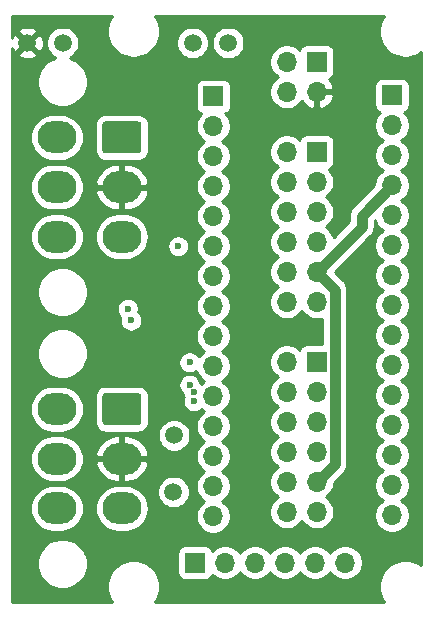
<source format=gbr>
G04 #@! TF.GenerationSoftware,KiCad,Pcbnew,(5.1.9)-1*
G04 #@! TF.CreationDate,2021-11-06T10:51:06-06:00*
G04 #@! TF.ProjectId,ABSIS_Nano,41425349-535f-44e6-916e-6f2e6b696361,1*
G04 #@! TF.SameCoordinates,Original*
G04 #@! TF.FileFunction,Copper,L2,Inr*
G04 #@! TF.FilePolarity,Positive*
%FSLAX46Y46*%
G04 Gerber Fmt 4.6, Leading zero omitted, Abs format (unit mm)*
G04 Created by KiCad (PCBNEW (5.1.9)-1) date 2021-11-06 10:51:06*
%MOMM*%
%LPD*%
G01*
G04 APERTURE LIST*
G04 #@! TA.AperFunction,ComponentPad*
%ADD10C,1.500000*%
G04 #@! TD*
G04 #@! TA.AperFunction,ComponentPad*
%ADD11R,1.700000X1.700000*%
G04 #@! TD*
G04 #@! TA.AperFunction,ComponentPad*
%ADD12O,1.700000X1.700000*%
G04 #@! TD*
G04 #@! TA.AperFunction,ComponentPad*
%ADD13O,3.300000X2.700000*%
G04 #@! TD*
G04 #@! TA.AperFunction,ViaPad*
%ADD14C,0.600000*%
G04 #@! TD*
G04 #@! TA.AperFunction,Conductor*
%ADD15C,0.914400*%
G04 #@! TD*
G04 #@! TA.AperFunction,Conductor*
%ADD16C,0.254000*%
G04 #@! TD*
G04 #@! TA.AperFunction,Conductor*
%ADD17C,0.100000*%
G04 #@! TD*
G04 APERTURE END LIST*
D10*
X136182100Y-104825800D03*
X136232900Y-100025200D03*
X126810000Y-66810000D03*
X137810000Y-66810000D03*
X123810000Y-66810000D03*
X140810000Y-66810000D03*
D11*
X148310000Y-68410000D03*
D12*
X145770000Y-68410000D03*
X148310000Y-70950000D03*
X145770000Y-70950000D03*
D13*
X126310000Y-106210000D03*
X126310000Y-102010000D03*
X126310000Y-97810000D03*
X131810000Y-106210000D03*
X131810000Y-102010000D03*
G04 #@! TA.AperFunction,ComponentPad*
G36*
G01*
X130410001Y-96460000D02*
X133209999Y-96460000D01*
G75*
G02*
X133460000Y-96710001I0J-250001D01*
G01*
X133460000Y-98909999D01*
G75*
G02*
X133209999Y-99160000I-250001J0D01*
G01*
X130410001Y-99160000D01*
G75*
G02*
X130160000Y-98909999I0J250001D01*
G01*
X130160000Y-96710001D01*
G75*
G02*
X130410001Y-96460000I250001J0D01*
G01*
G37*
G04 #@! TD.AperFunction*
X126310000Y-83210000D03*
X126310000Y-79010000D03*
X126310000Y-74810000D03*
X131810000Y-83210000D03*
X131810000Y-79010000D03*
G04 #@! TA.AperFunction,ComponentPad*
G36*
G01*
X130410001Y-73460000D02*
X133209999Y-73460000D01*
G75*
G02*
X133460000Y-73710001I0J-250001D01*
G01*
X133460000Y-75909999D01*
G75*
G02*
X133209999Y-76160000I-250001J0D01*
G01*
X130410001Y-76160000D01*
G75*
G02*
X130160000Y-75909999I0J250001D01*
G01*
X130160000Y-73710001D01*
G75*
G02*
X130410001Y-73460000I250001J0D01*
G01*
G37*
G04 #@! TD.AperFunction*
D12*
X150710000Y-110810000D03*
X148170000Y-110810000D03*
X145630000Y-110810000D03*
X143090000Y-110810000D03*
X140550000Y-110810000D03*
D11*
X138010000Y-110810000D03*
D12*
X145770000Y-106510000D03*
X148310000Y-106510000D03*
X145770000Y-103970000D03*
X148310000Y-103970000D03*
X145770000Y-101430000D03*
X148310000Y-101430000D03*
X145770000Y-98890000D03*
X148310000Y-98890000D03*
X145770000Y-96350000D03*
X148310000Y-96350000D03*
X145770000Y-93810000D03*
D11*
X148310000Y-93810000D03*
D12*
X145770000Y-88730000D03*
X148310000Y-88730000D03*
X145770000Y-86190000D03*
X148310000Y-86190000D03*
X145770000Y-83650000D03*
X148310000Y-83650000D03*
X145770000Y-81110000D03*
X148310000Y-81110000D03*
X145770000Y-78570000D03*
X148310000Y-78570000D03*
X145770000Y-76030000D03*
D11*
X148310000Y-76030000D03*
D12*
X139547600Y-106883200D03*
X139547600Y-104343200D03*
X139547600Y-101803200D03*
X139547600Y-99263200D03*
X139547600Y-96723200D03*
X139547600Y-94183200D03*
X139547600Y-91643200D03*
X139547600Y-89103200D03*
X139547600Y-86563200D03*
X139547600Y-84023200D03*
X139547600Y-81483200D03*
X139547600Y-78943200D03*
X139547600Y-76403200D03*
X139547600Y-73863200D03*
D11*
X139547600Y-71323200D03*
D12*
X154686000Y-106807000D03*
X154686000Y-104267000D03*
X154686000Y-101727000D03*
X154686000Y-99187000D03*
X154686000Y-96647000D03*
X154686000Y-94107000D03*
X154686000Y-91567000D03*
X154686000Y-89027000D03*
X154686000Y-86487000D03*
X154686000Y-83947000D03*
X154686000Y-81407000D03*
X154686000Y-78867000D03*
X154686000Y-76327000D03*
X154686000Y-73787000D03*
D11*
X154686000Y-71247000D03*
D14*
X137541000Y-93853000D03*
X136580510Y-84023200D03*
X137541000Y-95758000D03*
X137896000Y-97154000D03*
X137896000Y-96392000D03*
X132310000Y-89310000D03*
X132581390Y-90310000D03*
D15*
X149817201Y-102462799D02*
X148310000Y-103970000D01*
X149817201Y-87697201D02*
X149817201Y-102462799D01*
X148310000Y-86190000D02*
X149817201Y-87697201D01*
X152120000Y-81433000D02*
X154686000Y-78867000D01*
X152120000Y-82380000D02*
X152120000Y-81433000D01*
X148310000Y-86190000D02*
X152120000Y-82380000D01*
D16*
X130829369Y-64751331D02*
X130660890Y-65158075D01*
X130575000Y-65589872D01*
X130575000Y-66030128D01*
X130660890Y-66461925D01*
X130829369Y-66868669D01*
X131073962Y-67234729D01*
X131385271Y-67546038D01*
X131751331Y-67790631D01*
X132158075Y-67959110D01*
X132589872Y-68045000D01*
X133030128Y-68045000D01*
X133461925Y-67959110D01*
X133868669Y-67790631D01*
X134234729Y-67546038D01*
X134546038Y-67234729D01*
X134790631Y-66868669D01*
X134871435Y-66673589D01*
X136425000Y-66673589D01*
X136425000Y-66946411D01*
X136478225Y-67213989D01*
X136582629Y-67466043D01*
X136734201Y-67692886D01*
X136927114Y-67885799D01*
X137153957Y-68037371D01*
X137406011Y-68141775D01*
X137673589Y-68195000D01*
X137946411Y-68195000D01*
X138213989Y-68141775D01*
X138466043Y-68037371D01*
X138692886Y-67885799D01*
X138885799Y-67692886D01*
X139037371Y-67466043D01*
X139141775Y-67213989D01*
X139195000Y-66946411D01*
X139195000Y-66673589D01*
X139425000Y-66673589D01*
X139425000Y-66946411D01*
X139478225Y-67213989D01*
X139582629Y-67466043D01*
X139734201Y-67692886D01*
X139927114Y-67885799D01*
X140153957Y-68037371D01*
X140406011Y-68141775D01*
X140673589Y-68195000D01*
X140946411Y-68195000D01*
X141213989Y-68141775D01*
X141466043Y-68037371D01*
X141692886Y-67885799D01*
X141885799Y-67692886D01*
X142037371Y-67466043D01*
X142141775Y-67213989D01*
X142195000Y-66946411D01*
X142195000Y-66673589D01*
X142141775Y-66406011D01*
X142037371Y-66153957D01*
X141885799Y-65927114D01*
X141692886Y-65734201D01*
X141466043Y-65582629D01*
X141213989Y-65478225D01*
X140946411Y-65425000D01*
X140673589Y-65425000D01*
X140406011Y-65478225D01*
X140153957Y-65582629D01*
X139927114Y-65734201D01*
X139734201Y-65927114D01*
X139582629Y-66153957D01*
X139478225Y-66406011D01*
X139425000Y-66673589D01*
X139195000Y-66673589D01*
X139141775Y-66406011D01*
X139037371Y-66153957D01*
X138885799Y-65927114D01*
X138692886Y-65734201D01*
X138466043Y-65582629D01*
X138213989Y-65478225D01*
X137946411Y-65425000D01*
X137673589Y-65425000D01*
X137406011Y-65478225D01*
X137153957Y-65582629D01*
X136927114Y-65734201D01*
X136734201Y-65927114D01*
X136582629Y-66153957D01*
X136478225Y-66406011D01*
X136425000Y-66673589D01*
X134871435Y-66673589D01*
X134959110Y-66461925D01*
X135045000Y-66030128D01*
X135045000Y-65589872D01*
X134959110Y-65158075D01*
X134790631Y-64751331D01*
X134619356Y-64495000D01*
X154000644Y-64495000D01*
X153829369Y-64751331D01*
X153660890Y-65158075D01*
X153575000Y-65589872D01*
X153575000Y-66030128D01*
X153660890Y-66461925D01*
X153829369Y-66868669D01*
X154073962Y-67234729D01*
X154385271Y-67546038D01*
X154751331Y-67790631D01*
X155158075Y-67959110D01*
X155589872Y-68045000D01*
X156030128Y-68045000D01*
X156461925Y-67959110D01*
X156868669Y-67790631D01*
X157125001Y-67619356D01*
X157125000Y-111000644D01*
X156868669Y-110829369D01*
X156461925Y-110660890D01*
X156030128Y-110575000D01*
X155589872Y-110575000D01*
X155158075Y-110660890D01*
X154751331Y-110829369D01*
X154385271Y-111073962D01*
X154073962Y-111385271D01*
X153829369Y-111751331D01*
X153660890Y-112158075D01*
X153575000Y-112589872D01*
X153575000Y-113030128D01*
X153660890Y-113461925D01*
X153829369Y-113868669D01*
X154000644Y-114125000D01*
X134619356Y-114125000D01*
X134790631Y-113868669D01*
X134959110Y-113461925D01*
X135045000Y-113030128D01*
X135045000Y-112589872D01*
X134959110Y-112158075D01*
X134790631Y-111751331D01*
X134546038Y-111385271D01*
X134234729Y-111073962D01*
X133868669Y-110829369D01*
X133461925Y-110660890D01*
X133030128Y-110575000D01*
X132589872Y-110575000D01*
X132158075Y-110660890D01*
X131751331Y-110829369D01*
X131385271Y-111073962D01*
X131073962Y-111385271D01*
X130829369Y-111751331D01*
X130660890Y-112158075D01*
X130575000Y-112589872D01*
X130575000Y-113030128D01*
X130660890Y-113461925D01*
X130829369Y-113868669D01*
X131000644Y-114125000D01*
X122495000Y-114125000D01*
X122495000Y-110699721D01*
X124635000Y-110699721D01*
X124635000Y-111120279D01*
X124717047Y-111532756D01*
X124877988Y-111921302D01*
X125111637Y-112270983D01*
X125409017Y-112568363D01*
X125758698Y-112802012D01*
X126147244Y-112962953D01*
X126559721Y-113045000D01*
X126980279Y-113045000D01*
X127392756Y-112962953D01*
X127781302Y-112802012D01*
X128130983Y-112568363D01*
X128428363Y-112270983D01*
X128662012Y-111921302D01*
X128822953Y-111532756D01*
X128905000Y-111120279D01*
X128905000Y-110699721D01*
X128822953Y-110287244D01*
X128687405Y-109960000D01*
X136521928Y-109960000D01*
X136521928Y-111660000D01*
X136534188Y-111784482D01*
X136570498Y-111904180D01*
X136629463Y-112014494D01*
X136708815Y-112111185D01*
X136805506Y-112190537D01*
X136915820Y-112249502D01*
X137035518Y-112285812D01*
X137160000Y-112298072D01*
X138860000Y-112298072D01*
X138984482Y-112285812D01*
X139104180Y-112249502D01*
X139214494Y-112190537D01*
X139311185Y-112111185D01*
X139390537Y-112014494D01*
X139449502Y-111904180D01*
X139471513Y-111831620D01*
X139603368Y-111963475D01*
X139846589Y-112125990D01*
X140116842Y-112237932D01*
X140403740Y-112295000D01*
X140696260Y-112295000D01*
X140983158Y-112237932D01*
X141253411Y-112125990D01*
X141496632Y-111963475D01*
X141703475Y-111756632D01*
X141820000Y-111582240D01*
X141936525Y-111756632D01*
X142143368Y-111963475D01*
X142386589Y-112125990D01*
X142656842Y-112237932D01*
X142943740Y-112295000D01*
X143236260Y-112295000D01*
X143523158Y-112237932D01*
X143793411Y-112125990D01*
X144036632Y-111963475D01*
X144243475Y-111756632D01*
X144360000Y-111582240D01*
X144476525Y-111756632D01*
X144683368Y-111963475D01*
X144926589Y-112125990D01*
X145196842Y-112237932D01*
X145483740Y-112295000D01*
X145776260Y-112295000D01*
X146063158Y-112237932D01*
X146333411Y-112125990D01*
X146576632Y-111963475D01*
X146783475Y-111756632D01*
X146900000Y-111582240D01*
X147016525Y-111756632D01*
X147223368Y-111963475D01*
X147466589Y-112125990D01*
X147736842Y-112237932D01*
X148023740Y-112295000D01*
X148316260Y-112295000D01*
X148603158Y-112237932D01*
X148873411Y-112125990D01*
X149116632Y-111963475D01*
X149323475Y-111756632D01*
X149440000Y-111582240D01*
X149556525Y-111756632D01*
X149763368Y-111963475D01*
X150006589Y-112125990D01*
X150276842Y-112237932D01*
X150563740Y-112295000D01*
X150856260Y-112295000D01*
X151143158Y-112237932D01*
X151413411Y-112125990D01*
X151656632Y-111963475D01*
X151863475Y-111756632D01*
X152025990Y-111513411D01*
X152137932Y-111243158D01*
X152195000Y-110956260D01*
X152195000Y-110663740D01*
X152137932Y-110376842D01*
X152025990Y-110106589D01*
X151863475Y-109863368D01*
X151656632Y-109656525D01*
X151413411Y-109494010D01*
X151143158Y-109382068D01*
X150856260Y-109325000D01*
X150563740Y-109325000D01*
X150276842Y-109382068D01*
X150006589Y-109494010D01*
X149763368Y-109656525D01*
X149556525Y-109863368D01*
X149440000Y-110037760D01*
X149323475Y-109863368D01*
X149116632Y-109656525D01*
X148873411Y-109494010D01*
X148603158Y-109382068D01*
X148316260Y-109325000D01*
X148023740Y-109325000D01*
X147736842Y-109382068D01*
X147466589Y-109494010D01*
X147223368Y-109656525D01*
X147016525Y-109863368D01*
X146900000Y-110037760D01*
X146783475Y-109863368D01*
X146576632Y-109656525D01*
X146333411Y-109494010D01*
X146063158Y-109382068D01*
X145776260Y-109325000D01*
X145483740Y-109325000D01*
X145196842Y-109382068D01*
X144926589Y-109494010D01*
X144683368Y-109656525D01*
X144476525Y-109863368D01*
X144360000Y-110037760D01*
X144243475Y-109863368D01*
X144036632Y-109656525D01*
X143793411Y-109494010D01*
X143523158Y-109382068D01*
X143236260Y-109325000D01*
X142943740Y-109325000D01*
X142656842Y-109382068D01*
X142386589Y-109494010D01*
X142143368Y-109656525D01*
X141936525Y-109863368D01*
X141820000Y-110037760D01*
X141703475Y-109863368D01*
X141496632Y-109656525D01*
X141253411Y-109494010D01*
X140983158Y-109382068D01*
X140696260Y-109325000D01*
X140403740Y-109325000D01*
X140116842Y-109382068D01*
X139846589Y-109494010D01*
X139603368Y-109656525D01*
X139471513Y-109788380D01*
X139449502Y-109715820D01*
X139390537Y-109605506D01*
X139311185Y-109508815D01*
X139214494Y-109429463D01*
X139104180Y-109370498D01*
X138984482Y-109334188D01*
X138860000Y-109321928D01*
X137160000Y-109321928D01*
X137035518Y-109334188D01*
X136915820Y-109370498D01*
X136805506Y-109429463D01*
X136708815Y-109508815D01*
X136629463Y-109605506D01*
X136570498Y-109715820D01*
X136534188Y-109835518D01*
X136521928Y-109960000D01*
X128687405Y-109960000D01*
X128662012Y-109898698D01*
X128428363Y-109549017D01*
X128130983Y-109251637D01*
X127781302Y-109017988D01*
X127392756Y-108857047D01*
X126980279Y-108775000D01*
X126559721Y-108775000D01*
X126147244Y-108857047D01*
X125758698Y-109017988D01*
X125409017Y-109251637D01*
X125111637Y-109549017D01*
X124877988Y-109898698D01*
X124717047Y-110287244D01*
X124635000Y-110699721D01*
X122495000Y-110699721D01*
X122495000Y-106210000D01*
X124015396Y-106210000D01*
X124053722Y-106599128D01*
X124167226Y-106973302D01*
X124351547Y-107318143D01*
X124599602Y-107620398D01*
X124901857Y-107868453D01*
X125246698Y-108052774D01*
X125620872Y-108166278D01*
X125912490Y-108195000D01*
X126707510Y-108195000D01*
X126999128Y-108166278D01*
X127373302Y-108052774D01*
X127718143Y-107868453D01*
X128020398Y-107620398D01*
X128268453Y-107318143D01*
X128452774Y-106973302D01*
X128566278Y-106599128D01*
X128604604Y-106210000D01*
X129515396Y-106210000D01*
X129553722Y-106599128D01*
X129667226Y-106973302D01*
X129851547Y-107318143D01*
X130099602Y-107620398D01*
X130401857Y-107868453D01*
X130746698Y-108052774D01*
X131120872Y-108166278D01*
X131412490Y-108195000D01*
X132207510Y-108195000D01*
X132499128Y-108166278D01*
X132873302Y-108052774D01*
X133218143Y-107868453D01*
X133520398Y-107620398D01*
X133768453Y-107318143D01*
X133952774Y-106973302D01*
X134066278Y-106599128D01*
X134104604Y-106210000D01*
X134066278Y-105820872D01*
X133952774Y-105446698D01*
X133768453Y-105101857D01*
X133520398Y-104799602D01*
X133386104Y-104689389D01*
X134797100Y-104689389D01*
X134797100Y-104962211D01*
X134850325Y-105229789D01*
X134954729Y-105481843D01*
X135106301Y-105708686D01*
X135299214Y-105901599D01*
X135526057Y-106053171D01*
X135778111Y-106157575D01*
X136045689Y-106210800D01*
X136318511Y-106210800D01*
X136586089Y-106157575D01*
X136838143Y-106053171D01*
X137064986Y-105901599D01*
X137257899Y-105708686D01*
X137409471Y-105481843D01*
X137513875Y-105229789D01*
X137567100Y-104962211D01*
X137567100Y-104689389D01*
X137513875Y-104421811D01*
X137409471Y-104169757D01*
X137257899Y-103942914D01*
X137064986Y-103750001D01*
X136838143Y-103598429D01*
X136586089Y-103494025D01*
X136318511Y-103440800D01*
X136045689Y-103440800D01*
X135778111Y-103494025D01*
X135526057Y-103598429D01*
X135299214Y-103750001D01*
X135106301Y-103942914D01*
X134954729Y-104169757D01*
X134850325Y-104421811D01*
X134797100Y-104689389D01*
X133386104Y-104689389D01*
X133218143Y-104551547D01*
X132873302Y-104367226D01*
X132499128Y-104253722D01*
X132207510Y-104225000D01*
X131412490Y-104225000D01*
X131120872Y-104253722D01*
X130746698Y-104367226D01*
X130401857Y-104551547D01*
X130099602Y-104799602D01*
X129851547Y-105101857D01*
X129667226Y-105446698D01*
X129553722Y-105820872D01*
X129515396Y-106210000D01*
X128604604Y-106210000D01*
X128566278Y-105820872D01*
X128452774Y-105446698D01*
X128268453Y-105101857D01*
X128020398Y-104799602D01*
X127718143Y-104551547D01*
X127373302Y-104367226D01*
X126999128Y-104253722D01*
X126707510Y-104225000D01*
X125912490Y-104225000D01*
X125620872Y-104253722D01*
X125246698Y-104367226D01*
X124901857Y-104551547D01*
X124599602Y-104799602D01*
X124351547Y-105101857D01*
X124167226Y-105446698D01*
X124053722Y-105820872D01*
X124015396Y-106210000D01*
X122495000Y-106210000D01*
X122495000Y-102010000D01*
X124015396Y-102010000D01*
X124053722Y-102399128D01*
X124167226Y-102773302D01*
X124351547Y-103118143D01*
X124599602Y-103420398D01*
X124901857Y-103668453D01*
X125246698Y-103852774D01*
X125620872Y-103966278D01*
X125912490Y-103995000D01*
X126707510Y-103995000D01*
X126999128Y-103966278D01*
X127373302Y-103852774D01*
X127718143Y-103668453D01*
X128020398Y-103420398D01*
X128268453Y-103118143D01*
X128452774Y-102773302D01*
X128552264Y-102445323D01*
X129573323Y-102445323D01*
X129627499Y-102652295D01*
X129788976Y-103007211D01*
X130016591Y-103323805D01*
X130301597Y-103589910D01*
X130633041Y-103795300D01*
X130998186Y-103932082D01*
X131383000Y-103995000D01*
X131683000Y-103995000D01*
X131683000Y-102137000D01*
X131937000Y-102137000D01*
X131937000Y-103995000D01*
X132237000Y-103995000D01*
X132621814Y-103932082D01*
X132986959Y-103795300D01*
X133318403Y-103589910D01*
X133603409Y-103323805D01*
X133831024Y-103007211D01*
X133992501Y-102652295D01*
X134046677Y-102445323D01*
X133931829Y-102137000D01*
X131937000Y-102137000D01*
X131683000Y-102137000D01*
X129688171Y-102137000D01*
X129573323Y-102445323D01*
X128552264Y-102445323D01*
X128566278Y-102399128D01*
X128604604Y-102010000D01*
X128566278Y-101620872D01*
X128552265Y-101574677D01*
X129573323Y-101574677D01*
X129688171Y-101883000D01*
X131683000Y-101883000D01*
X131683000Y-100025000D01*
X131937000Y-100025000D01*
X131937000Y-101883000D01*
X133931829Y-101883000D01*
X134046677Y-101574677D01*
X133992501Y-101367705D01*
X133831024Y-101012789D01*
X133603409Y-100696195D01*
X133318403Y-100430090D01*
X132986959Y-100224700D01*
X132621814Y-100087918D01*
X132237000Y-100025000D01*
X131937000Y-100025000D01*
X131683000Y-100025000D01*
X131383000Y-100025000D01*
X130998186Y-100087918D01*
X130633041Y-100224700D01*
X130301597Y-100430090D01*
X130016591Y-100696195D01*
X129788976Y-101012789D01*
X129627499Y-101367705D01*
X129573323Y-101574677D01*
X128552265Y-101574677D01*
X128452774Y-101246698D01*
X128268453Y-100901857D01*
X128020398Y-100599602D01*
X127718143Y-100351547D01*
X127373302Y-100167226D01*
X126999128Y-100053722D01*
X126707510Y-100025000D01*
X125912490Y-100025000D01*
X125620872Y-100053722D01*
X125246698Y-100167226D01*
X124901857Y-100351547D01*
X124599602Y-100599602D01*
X124351547Y-100901857D01*
X124167226Y-101246698D01*
X124053722Y-101620872D01*
X124015396Y-102010000D01*
X122495000Y-102010000D01*
X122495000Y-99888789D01*
X134847900Y-99888789D01*
X134847900Y-100161611D01*
X134901125Y-100429189D01*
X135005529Y-100681243D01*
X135157101Y-100908086D01*
X135350014Y-101100999D01*
X135576857Y-101252571D01*
X135828911Y-101356975D01*
X136096489Y-101410200D01*
X136369311Y-101410200D01*
X136636889Y-101356975D01*
X136888943Y-101252571D01*
X137115786Y-101100999D01*
X137308699Y-100908086D01*
X137460271Y-100681243D01*
X137564675Y-100429189D01*
X137617900Y-100161611D01*
X137617900Y-99888789D01*
X137564675Y-99621211D01*
X137460271Y-99369157D01*
X137308699Y-99142314D01*
X137115786Y-98949401D01*
X136888943Y-98797829D01*
X136636889Y-98693425D01*
X136369311Y-98640200D01*
X136096489Y-98640200D01*
X135828911Y-98693425D01*
X135576857Y-98797829D01*
X135350014Y-98949401D01*
X135157101Y-99142314D01*
X135005529Y-99369157D01*
X134901125Y-99621211D01*
X134847900Y-99888789D01*
X122495000Y-99888789D01*
X122495000Y-97810000D01*
X124015396Y-97810000D01*
X124053722Y-98199128D01*
X124167226Y-98573302D01*
X124351547Y-98918143D01*
X124599602Y-99220398D01*
X124901857Y-99468453D01*
X125246698Y-99652774D01*
X125620872Y-99766278D01*
X125912490Y-99795000D01*
X126707510Y-99795000D01*
X126999128Y-99766278D01*
X127373302Y-99652774D01*
X127718143Y-99468453D01*
X128020398Y-99220398D01*
X128268453Y-98918143D01*
X128452774Y-98573302D01*
X128566278Y-98199128D01*
X128604604Y-97810000D01*
X128566278Y-97420872D01*
X128452774Y-97046698D01*
X128272807Y-96710001D01*
X129521928Y-96710001D01*
X129521928Y-98909999D01*
X129538992Y-99083253D01*
X129589529Y-99249850D01*
X129671595Y-99403386D01*
X129782039Y-99537961D01*
X129916614Y-99648405D01*
X130070150Y-99730471D01*
X130236747Y-99781008D01*
X130410001Y-99798072D01*
X133209999Y-99798072D01*
X133383253Y-99781008D01*
X133549850Y-99730471D01*
X133703386Y-99648405D01*
X133837961Y-99537961D01*
X133948405Y-99403386D01*
X134030471Y-99249850D01*
X134081008Y-99083253D01*
X134098072Y-98909999D01*
X134098072Y-96710001D01*
X134081008Y-96536747D01*
X134030471Y-96370150D01*
X133948405Y-96216614D01*
X133837961Y-96082039D01*
X133703386Y-95971595D01*
X133549850Y-95889529D01*
X133383253Y-95838992D01*
X133209999Y-95821928D01*
X130410001Y-95821928D01*
X130236747Y-95838992D01*
X130070150Y-95889529D01*
X129916614Y-95971595D01*
X129782039Y-96082039D01*
X129671595Y-96216614D01*
X129589529Y-96370150D01*
X129538992Y-96536747D01*
X129521928Y-96710001D01*
X128272807Y-96710001D01*
X128268453Y-96701857D01*
X128020398Y-96399602D01*
X127718143Y-96151547D01*
X127373302Y-95967226D01*
X126999128Y-95853722D01*
X126707510Y-95825000D01*
X125912490Y-95825000D01*
X125620872Y-95853722D01*
X125246698Y-95967226D01*
X124901857Y-96151547D01*
X124599602Y-96399602D01*
X124351547Y-96701857D01*
X124167226Y-97046698D01*
X124053722Y-97420872D01*
X124015396Y-97810000D01*
X122495000Y-97810000D01*
X122495000Y-92899721D01*
X124635000Y-92899721D01*
X124635000Y-93320279D01*
X124717047Y-93732756D01*
X124877988Y-94121302D01*
X125111637Y-94470983D01*
X125409017Y-94768363D01*
X125758698Y-95002012D01*
X126147244Y-95162953D01*
X126559721Y-95245000D01*
X126980279Y-95245000D01*
X127392756Y-95162953D01*
X127781302Y-95002012D01*
X128130983Y-94768363D01*
X128428363Y-94470983D01*
X128662012Y-94121302D01*
X128811290Y-93760911D01*
X136606000Y-93760911D01*
X136606000Y-93945089D01*
X136641932Y-94125729D01*
X136712414Y-94295889D01*
X136814738Y-94449028D01*
X136944972Y-94579262D01*
X137098111Y-94681586D01*
X137268271Y-94752068D01*
X137448911Y-94788000D01*
X137633089Y-94788000D01*
X137813729Y-94752068D01*
X137983889Y-94681586D01*
X138115191Y-94593853D01*
X138119668Y-94616358D01*
X138231610Y-94886611D01*
X138394125Y-95129832D01*
X138600968Y-95336675D01*
X138775360Y-95453200D01*
X138600968Y-95569725D01*
X138498492Y-95672202D01*
X138492028Y-95665738D01*
X138473503Y-95653360D01*
X138440068Y-95485271D01*
X138369586Y-95315111D01*
X138267262Y-95161972D01*
X138137028Y-95031738D01*
X137983889Y-94929414D01*
X137813729Y-94858932D01*
X137633089Y-94823000D01*
X137448911Y-94823000D01*
X137268271Y-94858932D01*
X137098111Y-94929414D01*
X136944972Y-95031738D01*
X136814738Y-95161972D01*
X136712414Y-95315111D01*
X136641932Y-95485271D01*
X136606000Y-95665911D01*
X136606000Y-95850089D01*
X136641932Y-96030729D01*
X136712414Y-96200889D01*
X136814738Y-96354028D01*
X136944972Y-96484262D01*
X136963497Y-96496640D01*
X136996932Y-96664729D01*
X137041779Y-96773000D01*
X136996932Y-96881271D01*
X136961000Y-97061911D01*
X136961000Y-97246089D01*
X136996932Y-97426729D01*
X137067414Y-97596889D01*
X137169738Y-97750028D01*
X137299972Y-97880262D01*
X137453111Y-97982586D01*
X137623271Y-98053068D01*
X137803911Y-98089000D01*
X137988089Y-98089000D01*
X138168729Y-98053068D01*
X138338889Y-97982586D01*
X138492028Y-97880262D01*
X138548292Y-97823999D01*
X138600968Y-97876675D01*
X138775360Y-97993200D01*
X138600968Y-98109725D01*
X138394125Y-98316568D01*
X138231610Y-98559789D01*
X138119668Y-98830042D01*
X138062600Y-99116940D01*
X138062600Y-99409460D01*
X138119668Y-99696358D01*
X138231610Y-99966611D01*
X138394125Y-100209832D01*
X138600968Y-100416675D01*
X138775360Y-100533200D01*
X138600968Y-100649725D01*
X138394125Y-100856568D01*
X138231610Y-101099789D01*
X138119668Y-101370042D01*
X138062600Y-101656940D01*
X138062600Y-101949460D01*
X138119668Y-102236358D01*
X138231610Y-102506611D01*
X138394125Y-102749832D01*
X138600968Y-102956675D01*
X138775360Y-103073200D01*
X138600968Y-103189725D01*
X138394125Y-103396568D01*
X138231610Y-103639789D01*
X138119668Y-103910042D01*
X138062600Y-104196940D01*
X138062600Y-104489460D01*
X138119668Y-104776358D01*
X138231610Y-105046611D01*
X138394125Y-105289832D01*
X138600968Y-105496675D01*
X138775360Y-105613200D01*
X138600968Y-105729725D01*
X138394125Y-105936568D01*
X138231610Y-106179789D01*
X138119668Y-106450042D01*
X138062600Y-106736940D01*
X138062600Y-107029460D01*
X138119668Y-107316358D01*
X138231610Y-107586611D01*
X138394125Y-107829832D01*
X138600968Y-108036675D01*
X138844189Y-108199190D01*
X139114442Y-108311132D01*
X139401340Y-108368200D01*
X139693860Y-108368200D01*
X139980758Y-108311132D01*
X140251011Y-108199190D01*
X140494232Y-108036675D01*
X140701075Y-107829832D01*
X140863590Y-107586611D01*
X140975532Y-107316358D01*
X141032600Y-107029460D01*
X141032600Y-106736940D01*
X140975532Y-106450042D01*
X140863590Y-106179789D01*
X140701075Y-105936568D01*
X140494232Y-105729725D01*
X140319840Y-105613200D01*
X140494232Y-105496675D01*
X140701075Y-105289832D01*
X140863590Y-105046611D01*
X140975532Y-104776358D01*
X141032600Y-104489460D01*
X141032600Y-104196940D01*
X140975532Y-103910042D01*
X140863590Y-103639789D01*
X140701075Y-103396568D01*
X140494232Y-103189725D01*
X140319840Y-103073200D01*
X140494232Y-102956675D01*
X140701075Y-102749832D01*
X140863590Y-102506611D01*
X140975532Y-102236358D01*
X141032600Y-101949460D01*
X141032600Y-101656940D01*
X140975532Y-101370042D01*
X140863590Y-101099789D01*
X140701075Y-100856568D01*
X140494232Y-100649725D01*
X140319840Y-100533200D01*
X140494232Y-100416675D01*
X140701075Y-100209832D01*
X140863590Y-99966611D01*
X140975532Y-99696358D01*
X141032600Y-99409460D01*
X141032600Y-99116940D01*
X140975532Y-98830042D01*
X140863590Y-98559789D01*
X140701075Y-98316568D01*
X140494232Y-98109725D01*
X140319840Y-97993200D01*
X140494232Y-97876675D01*
X140701075Y-97669832D01*
X140863590Y-97426611D01*
X140975532Y-97156358D01*
X141032600Y-96869460D01*
X141032600Y-96576940D01*
X140975532Y-96290042D01*
X140863590Y-96019789D01*
X140701075Y-95776568D01*
X140494232Y-95569725D01*
X140319840Y-95453200D01*
X140494232Y-95336675D01*
X140701075Y-95129832D01*
X140863590Y-94886611D01*
X140975532Y-94616358D01*
X141032600Y-94329460D01*
X141032600Y-94036940D01*
X140975532Y-93750042D01*
X140863590Y-93479789D01*
X140701075Y-93236568D01*
X140494232Y-93029725D01*
X140319840Y-92913200D01*
X140494232Y-92796675D01*
X140701075Y-92589832D01*
X140863590Y-92346611D01*
X140975532Y-92076358D01*
X141032600Y-91789460D01*
X141032600Y-91496940D01*
X140975532Y-91210042D01*
X140863590Y-90939789D01*
X140701075Y-90696568D01*
X140494232Y-90489725D01*
X140319840Y-90373200D01*
X140494232Y-90256675D01*
X140701075Y-90049832D01*
X140863590Y-89806611D01*
X140975532Y-89536358D01*
X141032600Y-89249460D01*
X141032600Y-88956940D01*
X140975532Y-88670042D01*
X140863590Y-88399789D01*
X140701075Y-88156568D01*
X140494232Y-87949725D01*
X140319840Y-87833200D01*
X140494232Y-87716675D01*
X140701075Y-87509832D01*
X140863590Y-87266611D01*
X140975532Y-86996358D01*
X141032600Y-86709460D01*
X141032600Y-86416940D01*
X140975532Y-86130042D01*
X140863590Y-85859789D01*
X140701075Y-85616568D01*
X140494232Y-85409725D01*
X140319840Y-85293200D01*
X140494232Y-85176675D01*
X140701075Y-84969832D01*
X140863590Y-84726611D01*
X140975532Y-84456358D01*
X141032600Y-84169460D01*
X141032600Y-83876940D01*
X140975532Y-83590042D01*
X140863590Y-83319789D01*
X140701075Y-83076568D01*
X140494232Y-82869725D01*
X140319840Y-82753200D01*
X140494232Y-82636675D01*
X140701075Y-82429832D01*
X140863590Y-82186611D01*
X140975532Y-81916358D01*
X141032600Y-81629460D01*
X141032600Y-81336940D01*
X140975532Y-81050042D01*
X140863590Y-80779789D01*
X140701075Y-80536568D01*
X140494232Y-80329725D01*
X140319840Y-80213200D01*
X140494232Y-80096675D01*
X140701075Y-79889832D01*
X140863590Y-79646611D01*
X140975532Y-79376358D01*
X141032600Y-79089460D01*
X141032600Y-78796940D01*
X140975532Y-78510042D01*
X140863590Y-78239789D01*
X140701075Y-77996568D01*
X140494232Y-77789725D01*
X140319840Y-77673200D01*
X140494232Y-77556675D01*
X140701075Y-77349832D01*
X140863590Y-77106611D01*
X140975532Y-76836358D01*
X141032600Y-76549460D01*
X141032600Y-76256940D01*
X140975532Y-75970042D01*
X140939785Y-75883740D01*
X144285000Y-75883740D01*
X144285000Y-76176260D01*
X144342068Y-76463158D01*
X144454010Y-76733411D01*
X144616525Y-76976632D01*
X144823368Y-77183475D01*
X144997760Y-77300000D01*
X144823368Y-77416525D01*
X144616525Y-77623368D01*
X144454010Y-77866589D01*
X144342068Y-78136842D01*
X144285000Y-78423740D01*
X144285000Y-78716260D01*
X144342068Y-79003158D01*
X144454010Y-79273411D01*
X144616525Y-79516632D01*
X144823368Y-79723475D01*
X144997760Y-79840000D01*
X144823368Y-79956525D01*
X144616525Y-80163368D01*
X144454010Y-80406589D01*
X144342068Y-80676842D01*
X144285000Y-80963740D01*
X144285000Y-81256260D01*
X144342068Y-81543158D01*
X144454010Y-81813411D01*
X144616525Y-82056632D01*
X144823368Y-82263475D01*
X144997760Y-82380000D01*
X144823368Y-82496525D01*
X144616525Y-82703368D01*
X144454010Y-82946589D01*
X144342068Y-83216842D01*
X144285000Y-83503740D01*
X144285000Y-83796260D01*
X144342068Y-84083158D01*
X144454010Y-84353411D01*
X144616525Y-84596632D01*
X144823368Y-84803475D01*
X144997760Y-84920000D01*
X144823368Y-85036525D01*
X144616525Y-85243368D01*
X144454010Y-85486589D01*
X144342068Y-85756842D01*
X144285000Y-86043740D01*
X144285000Y-86336260D01*
X144342068Y-86623158D01*
X144454010Y-86893411D01*
X144616525Y-87136632D01*
X144823368Y-87343475D01*
X144997760Y-87460000D01*
X144823368Y-87576525D01*
X144616525Y-87783368D01*
X144454010Y-88026589D01*
X144342068Y-88296842D01*
X144285000Y-88583740D01*
X144285000Y-88876260D01*
X144342068Y-89163158D01*
X144454010Y-89433411D01*
X144616525Y-89676632D01*
X144823368Y-89883475D01*
X145066589Y-90045990D01*
X145336842Y-90157932D01*
X145623740Y-90215000D01*
X145916260Y-90215000D01*
X146203158Y-90157932D01*
X146473411Y-90045990D01*
X146716632Y-89883475D01*
X146923475Y-89676632D01*
X147040000Y-89502240D01*
X147156525Y-89676632D01*
X147363368Y-89883475D01*
X147606589Y-90045990D01*
X147876842Y-90157932D01*
X148163740Y-90215000D01*
X148456260Y-90215000D01*
X148725001Y-90161544D01*
X148725001Y-92321928D01*
X147460000Y-92321928D01*
X147335518Y-92334188D01*
X147215820Y-92370498D01*
X147105506Y-92429463D01*
X147008815Y-92508815D01*
X146929463Y-92605506D01*
X146870498Y-92715820D01*
X146848487Y-92788380D01*
X146716632Y-92656525D01*
X146473411Y-92494010D01*
X146203158Y-92382068D01*
X145916260Y-92325000D01*
X145623740Y-92325000D01*
X145336842Y-92382068D01*
X145066589Y-92494010D01*
X144823368Y-92656525D01*
X144616525Y-92863368D01*
X144454010Y-93106589D01*
X144342068Y-93376842D01*
X144285000Y-93663740D01*
X144285000Y-93956260D01*
X144342068Y-94243158D01*
X144454010Y-94513411D01*
X144616525Y-94756632D01*
X144823368Y-94963475D01*
X144997760Y-95080000D01*
X144823368Y-95196525D01*
X144616525Y-95403368D01*
X144454010Y-95646589D01*
X144342068Y-95916842D01*
X144285000Y-96203740D01*
X144285000Y-96496260D01*
X144342068Y-96783158D01*
X144454010Y-97053411D01*
X144616525Y-97296632D01*
X144823368Y-97503475D01*
X144997760Y-97620000D01*
X144823368Y-97736525D01*
X144616525Y-97943368D01*
X144454010Y-98186589D01*
X144342068Y-98456842D01*
X144285000Y-98743740D01*
X144285000Y-99036260D01*
X144342068Y-99323158D01*
X144454010Y-99593411D01*
X144616525Y-99836632D01*
X144823368Y-100043475D01*
X144997760Y-100160000D01*
X144823368Y-100276525D01*
X144616525Y-100483368D01*
X144454010Y-100726589D01*
X144342068Y-100996842D01*
X144285000Y-101283740D01*
X144285000Y-101576260D01*
X144342068Y-101863158D01*
X144454010Y-102133411D01*
X144616525Y-102376632D01*
X144823368Y-102583475D01*
X144997760Y-102700000D01*
X144823368Y-102816525D01*
X144616525Y-103023368D01*
X144454010Y-103266589D01*
X144342068Y-103536842D01*
X144285000Y-103823740D01*
X144285000Y-104116260D01*
X144342068Y-104403158D01*
X144454010Y-104673411D01*
X144616525Y-104916632D01*
X144823368Y-105123475D01*
X144997760Y-105240000D01*
X144823368Y-105356525D01*
X144616525Y-105563368D01*
X144454010Y-105806589D01*
X144342068Y-106076842D01*
X144285000Y-106363740D01*
X144285000Y-106656260D01*
X144342068Y-106943158D01*
X144454010Y-107213411D01*
X144616525Y-107456632D01*
X144823368Y-107663475D01*
X145066589Y-107825990D01*
X145336842Y-107937932D01*
X145623740Y-107995000D01*
X145916260Y-107995000D01*
X146203158Y-107937932D01*
X146473411Y-107825990D01*
X146716632Y-107663475D01*
X146923475Y-107456632D01*
X147040000Y-107282240D01*
X147156525Y-107456632D01*
X147363368Y-107663475D01*
X147606589Y-107825990D01*
X147876842Y-107937932D01*
X148163740Y-107995000D01*
X148456260Y-107995000D01*
X148743158Y-107937932D01*
X149013411Y-107825990D01*
X149256632Y-107663475D01*
X149463475Y-107456632D01*
X149625990Y-107213411D01*
X149737932Y-106943158D01*
X149795000Y-106656260D01*
X149795000Y-106363740D01*
X149737932Y-106076842D01*
X149625990Y-105806589D01*
X149463475Y-105563368D01*
X149256632Y-105356525D01*
X149082240Y-105240000D01*
X149256632Y-105123475D01*
X149463475Y-104916632D01*
X149625990Y-104673411D01*
X149737932Y-104403158D01*
X149795000Y-104116260D01*
X149795000Y-104029603D01*
X150551569Y-103273034D01*
X150593239Y-103238837D01*
X150633545Y-103189725D01*
X150729725Y-103072529D01*
X150745514Y-103042990D01*
X150831144Y-102882788D01*
X150893597Y-102676908D01*
X150909401Y-102516448D01*
X150909401Y-102516441D01*
X150914684Y-102462800D01*
X150909401Y-102409158D01*
X150909401Y-87750842D01*
X150914684Y-87697200D01*
X150909401Y-87643559D01*
X150909401Y-87643552D01*
X150893597Y-87483092D01*
X150831144Y-87277212D01*
X150729726Y-87087472D01*
X150593239Y-86921163D01*
X150551569Y-86886966D01*
X149854603Y-86190000D01*
X152854369Y-83190235D01*
X152896038Y-83156038D01*
X153032525Y-82989729D01*
X153133943Y-82799989D01*
X153196396Y-82594109D01*
X153212200Y-82433649D01*
X153212200Y-82433641D01*
X153217483Y-82380000D01*
X153212200Y-82326359D01*
X153212200Y-81885403D01*
X153257965Y-81839638D01*
X153258068Y-81840158D01*
X153370010Y-82110411D01*
X153532525Y-82353632D01*
X153739368Y-82560475D01*
X153913760Y-82677000D01*
X153739368Y-82793525D01*
X153532525Y-83000368D01*
X153370010Y-83243589D01*
X153258068Y-83513842D01*
X153201000Y-83800740D01*
X153201000Y-84093260D01*
X153258068Y-84380158D01*
X153370010Y-84650411D01*
X153532525Y-84893632D01*
X153739368Y-85100475D01*
X153913760Y-85217000D01*
X153739368Y-85333525D01*
X153532525Y-85540368D01*
X153370010Y-85783589D01*
X153258068Y-86053842D01*
X153201000Y-86340740D01*
X153201000Y-86633260D01*
X153258068Y-86920158D01*
X153370010Y-87190411D01*
X153532525Y-87433632D01*
X153739368Y-87640475D01*
X153913760Y-87757000D01*
X153739368Y-87873525D01*
X153532525Y-88080368D01*
X153370010Y-88323589D01*
X153258068Y-88593842D01*
X153201000Y-88880740D01*
X153201000Y-89173260D01*
X153258068Y-89460158D01*
X153370010Y-89730411D01*
X153532525Y-89973632D01*
X153739368Y-90180475D01*
X153913760Y-90297000D01*
X153739368Y-90413525D01*
X153532525Y-90620368D01*
X153370010Y-90863589D01*
X153258068Y-91133842D01*
X153201000Y-91420740D01*
X153201000Y-91713260D01*
X153258068Y-92000158D01*
X153370010Y-92270411D01*
X153532525Y-92513632D01*
X153739368Y-92720475D01*
X153913760Y-92837000D01*
X153739368Y-92953525D01*
X153532525Y-93160368D01*
X153370010Y-93403589D01*
X153258068Y-93673842D01*
X153201000Y-93960740D01*
X153201000Y-94253260D01*
X153258068Y-94540158D01*
X153370010Y-94810411D01*
X153532525Y-95053632D01*
X153739368Y-95260475D01*
X153913760Y-95377000D01*
X153739368Y-95493525D01*
X153532525Y-95700368D01*
X153370010Y-95943589D01*
X153258068Y-96213842D01*
X153201000Y-96500740D01*
X153201000Y-96793260D01*
X153258068Y-97080158D01*
X153370010Y-97350411D01*
X153532525Y-97593632D01*
X153739368Y-97800475D01*
X153913760Y-97917000D01*
X153739368Y-98033525D01*
X153532525Y-98240368D01*
X153370010Y-98483589D01*
X153258068Y-98753842D01*
X153201000Y-99040740D01*
X153201000Y-99333260D01*
X153258068Y-99620158D01*
X153370010Y-99890411D01*
X153532525Y-100133632D01*
X153739368Y-100340475D01*
X153913760Y-100457000D01*
X153739368Y-100573525D01*
X153532525Y-100780368D01*
X153370010Y-101023589D01*
X153258068Y-101293842D01*
X153201000Y-101580740D01*
X153201000Y-101873260D01*
X153258068Y-102160158D01*
X153370010Y-102430411D01*
X153532525Y-102673632D01*
X153739368Y-102880475D01*
X153913760Y-102997000D01*
X153739368Y-103113525D01*
X153532525Y-103320368D01*
X153370010Y-103563589D01*
X153258068Y-103833842D01*
X153201000Y-104120740D01*
X153201000Y-104413260D01*
X153258068Y-104700158D01*
X153370010Y-104970411D01*
X153532525Y-105213632D01*
X153739368Y-105420475D01*
X153913760Y-105537000D01*
X153739368Y-105653525D01*
X153532525Y-105860368D01*
X153370010Y-106103589D01*
X153258068Y-106373842D01*
X153201000Y-106660740D01*
X153201000Y-106953260D01*
X153258068Y-107240158D01*
X153370010Y-107510411D01*
X153532525Y-107753632D01*
X153739368Y-107960475D01*
X153982589Y-108122990D01*
X154252842Y-108234932D01*
X154539740Y-108292000D01*
X154832260Y-108292000D01*
X155119158Y-108234932D01*
X155389411Y-108122990D01*
X155632632Y-107960475D01*
X155839475Y-107753632D01*
X156001990Y-107510411D01*
X156113932Y-107240158D01*
X156171000Y-106953260D01*
X156171000Y-106660740D01*
X156113932Y-106373842D01*
X156001990Y-106103589D01*
X155839475Y-105860368D01*
X155632632Y-105653525D01*
X155458240Y-105537000D01*
X155632632Y-105420475D01*
X155839475Y-105213632D01*
X156001990Y-104970411D01*
X156113932Y-104700158D01*
X156171000Y-104413260D01*
X156171000Y-104120740D01*
X156113932Y-103833842D01*
X156001990Y-103563589D01*
X155839475Y-103320368D01*
X155632632Y-103113525D01*
X155458240Y-102997000D01*
X155632632Y-102880475D01*
X155839475Y-102673632D01*
X156001990Y-102430411D01*
X156113932Y-102160158D01*
X156171000Y-101873260D01*
X156171000Y-101580740D01*
X156113932Y-101293842D01*
X156001990Y-101023589D01*
X155839475Y-100780368D01*
X155632632Y-100573525D01*
X155458240Y-100457000D01*
X155632632Y-100340475D01*
X155839475Y-100133632D01*
X156001990Y-99890411D01*
X156113932Y-99620158D01*
X156171000Y-99333260D01*
X156171000Y-99040740D01*
X156113932Y-98753842D01*
X156001990Y-98483589D01*
X155839475Y-98240368D01*
X155632632Y-98033525D01*
X155458240Y-97917000D01*
X155632632Y-97800475D01*
X155839475Y-97593632D01*
X156001990Y-97350411D01*
X156113932Y-97080158D01*
X156171000Y-96793260D01*
X156171000Y-96500740D01*
X156113932Y-96213842D01*
X156001990Y-95943589D01*
X155839475Y-95700368D01*
X155632632Y-95493525D01*
X155458240Y-95377000D01*
X155632632Y-95260475D01*
X155839475Y-95053632D01*
X156001990Y-94810411D01*
X156113932Y-94540158D01*
X156171000Y-94253260D01*
X156171000Y-93960740D01*
X156113932Y-93673842D01*
X156001990Y-93403589D01*
X155839475Y-93160368D01*
X155632632Y-92953525D01*
X155458240Y-92837000D01*
X155632632Y-92720475D01*
X155839475Y-92513632D01*
X156001990Y-92270411D01*
X156113932Y-92000158D01*
X156171000Y-91713260D01*
X156171000Y-91420740D01*
X156113932Y-91133842D01*
X156001990Y-90863589D01*
X155839475Y-90620368D01*
X155632632Y-90413525D01*
X155458240Y-90297000D01*
X155632632Y-90180475D01*
X155839475Y-89973632D01*
X156001990Y-89730411D01*
X156113932Y-89460158D01*
X156171000Y-89173260D01*
X156171000Y-88880740D01*
X156113932Y-88593842D01*
X156001990Y-88323589D01*
X155839475Y-88080368D01*
X155632632Y-87873525D01*
X155458240Y-87757000D01*
X155632632Y-87640475D01*
X155839475Y-87433632D01*
X156001990Y-87190411D01*
X156113932Y-86920158D01*
X156171000Y-86633260D01*
X156171000Y-86340740D01*
X156113932Y-86053842D01*
X156001990Y-85783589D01*
X155839475Y-85540368D01*
X155632632Y-85333525D01*
X155458240Y-85217000D01*
X155632632Y-85100475D01*
X155839475Y-84893632D01*
X156001990Y-84650411D01*
X156113932Y-84380158D01*
X156171000Y-84093260D01*
X156171000Y-83800740D01*
X156113932Y-83513842D01*
X156001990Y-83243589D01*
X155839475Y-83000368D01*
X155632632Y-82793525D01*
X155458240Y-82677000D01*
X155632632Y-82560475D01*
X155839475Y-82353632D01*
X156001990Y-82110411D01*
X156113932Y-81840158D01*
X156171000Y-81553260D01*
X156171000Y-81260740D01*
X156113932Y-80973842D01*
X156001990Y-80703589D01*
X155839475Y-80460368D01*
X155632632Y-80253525D01*
X155458240Y-80137000D01*
X155632632Y-80020475D01*
X155839475Y-79813632D01*
X156001990Y-79570411D01*
X156113932Y-79300158D01*
X156171000Y-79013260D01*
X156171000Y-78720740D01*
X156113932Y-78433842D01*
X156001990Y-78163589D01*
X155839475Y-77920368D01*
X155632632Y-77713525D01*
X155458240Y-77597000D01*
X155632632Y-77480475D01*
X155839475Y-77273632D01*
X156001990Y-77030411D01*
X156113932Y-76760158D01*
X156171000Y-76473260D01*
X156171000Y-76180740D01*
X156113932Y-75893842D01*
X156001990Y-75623589D01*
X155839475Y-75380368D01*
X155632632Y-75173525D01*
X155458240Y-75057000D01*
X155632632Y-74940475D01*
X155839475Y-74733632D01*
X156001990Y-74490411D01*
X156113932Y-74220158D01*
X156171000Y-73933260D01*
X156171000Y-73640740D01*
X156113932Y-73353842D01*
X156001990Y-73083589D01*
X155839475Y-72840368D01*
X155707620Y-72708513D01*
X155780180Y-72686502D01*
X155890494Y-72627537D01*
X155987185Y-72548185D01*
X156066537Y-72451494D01*
X156125502Y-72341180D01*
X156161812Y-72221482D01*
X156174072Y-72097000D01*
X156174072Y-70397000D01*
X156161812Y-70272518D01*
X156125502Y-70152820D01*
X156066537Y-70042506D01*
X155987185Y-69945815D01*
X155890494Y-69866463D01*
X155780180Y-69807498D01*
X155660482Y-69771188D01*
X155536000Y-69758928D01*
X153836000Y-69758928D01*
X153711518Y-69771188D01*
X153591820Y-69807498D01*
X153481506Y-69866463D01*
X153384815Y-69945815D01*
X153305463Y-70042506D01*
X153246498Y-70152820D01*
X153210188Y-70272518D01*
X153197928Y-70397000D01*
X153197928Y-72097000D01*
X153210188Y-72221482D01*
X153246498Y-72341180D01*
X153305463Y-72451494D01*
X153384815Y-72548185D01*
X153481506Y-72627537D01*
X153591820Y-72686502D01*
X153664380Y-72708513D01*
X153532525Y-72840368D01*
X153370010Y-73083589D01*
X153258068Y-73353842D01*
X153201000Y-73640740D01*
X153201000Y-73933260D01*
X153258068Y-74220158D01*
X153370010Y-74490411D01*
X153532525Y-74733632D01*
X153739368Y-74940475D01*
X153913760Y-75057000D01*
X153739368Y-75173525D01*
X153532525Y-75380368D01*
X153370010Y-75623589D01*
X153258068Y-75893842D01*
X153201000Y-76180740D01*
X153201000Y-76473260D01*
X153258068Y-76760158D01*
X153370010Y-77030411D01*
X153532525Y-77273632D01*
X153739368Y-77480475D01*
X153913760Y-77597000D01*
X153739368Y-77713525D01*
X153532525Y-77920368D01*
X153370010Y-78163589D01*
X153258068Y-78433842D01*
X153201000Y-78720740D01*
X153201000Y-78807396D01*
X151385632Y-80622765D01*
X151343963Y-80656962D01*
X151207476Y-80823271D01*
X151153266Y-80924690D01*
X151106057Y-81013012D01*
X151043604Y-81218891D01*
X151027800Y-81379351D01*
X151027800Y-81379359D01*
X151022517Y-81433000D01*
X151027800Y-81486641D01*
X151027800Y-81927596D01*
X149738035Y-83217361D01*
X149737932Y-83216842D01*
X149625990Y-82946589D01*
X149463475Y-82703368D01*
X149256632Y-82496525D01*
X149082240Y-82380000D01*
X149256632Y-82263475D01*
X149463475Y-82056632D01*
X149625990Y-81813411D01*
X149737932Y-81543158D01*
X149795000Y-81256260D01*
X149795000Y-80963740D01*
X149737932Y-80676842D01*
X149625990Y-80406589D01*
X149463475Y-80163368D01*
X149256632Y-79956525D01*
X149082240Y-79840000D01*
X149256632Y-79723475D01*
X149463475Y-79516632D01*
X149625990Y-79273411D01*
X149737932Y-79003158D01*
X149795000Y-78716260D01*
X149795000Y-78423740D01*
X149737932Y-78136842D01*
X149625990Y-77866589D01*
X149463475Y-77623368D01*
X149331620Y-77491513D01*
X149404180Y-77469502D01*
X149514494Y-77410537D01*
X149611185Y-77331185D01*
X149690537Y-77234494D01*
X149749502Y-77124180D01*
X149785812Y-77004482D01*
X149798072Y-76880000D01*
X149798072Y-75180000D01*
X149785812Y-75055518D01*
X149749502Y-74935820D01*
X149690537Y-74825506D01*
X149611185Y-74728815D01*
X149514494Y-74649463D01*
X149404180Y-74590498D01*
X149284482Y-74554188D01*
X149160000Y-74541928D01*
X147460000Y-74541928D01*
X147335518Y-74554188D01*
X147215820Y-74590498D01*
X147105506Y-74649463D01*
X147008815Y-74728815D01*
X146929463Y-74825506D01*
X146870498Y-74935820D01*
X146848487Y-75008380D01*
X146716632Y-74876525D01*
X146473411Y-74714010D01*
X146203158Y-74602068D01*
X145916260Y-74545000D01*
X145623740Y-74545000D01*
X145336842Y-74602068D01*
X145066589Y-74714010D01*
X144823368Y-74876525D01*
X144616525Y-75083368D01*
X144454010Y-75326589D01*
X144342068Y-75596842D01*
X144285000Y-75883740D01*
X140939785Y-75883740D01*
X140863590Y-75699789D01*
X140701075Y-75456568D01*
X140494232Y-75249725D01*
X140319840Y-75133200D01*
X140494232Y-75016675D01*
X140701075Y-74809832D01*
X140863590Y-74566611D01*
X140975532Y-74296358D01*
X141032600Y-74009460D01*
X141032600Y-73716940D01*
X140975532Y-73430042D01*
X140863590Y-73159789D01*
X140701075Y-72916568D01*
X140569220Y-72784713D01*
X140641780Y-72762702D01*
X140752094Y-72703737D01*
X140848785Y-72624385D01*
X140928137Y-72527694D01*
X140987102Y-72417380D01*
X141023412Y-72297682D01*
X141035672Y-72173200D01*
X141035672Y-70473200D01*
X141023412Y-70348718D01*
X140987102Y-70229020D01*
X140928137Y-70118706D01*
X140848785Y-70022015D01*
X140752094Y-69942663D01*
X140641780Y-69883698D01*
X140522082Y-69847388D01*
X140397600Y-69835128D01*
X138697600Y-69835128D01*
X138573118Y-69847388D01*
X138453420Y-69883698D01*
X138343106Y-69942663D01*
X138246415Y-70022015D01*
X138167063Y-70118706D01*
X138108098Y-70229020D01*
X138071788Y-70348718D01*
X138059528Y-70473200D01*
X138059528Y-72173200D01*
X138071788Y-72297682D01*
X138108098Y-72417380D01*
X138167063Y-72527694D01*
X138246415Y-72624385D01*
X138343106Y-72703737D01*
X138453420Y-72762702D01*
X138525980Y-72784713D01*
X138394125Y-72916568D01*
X138231610Y-73159789D01*
X138119668Y-73430042D01*
X138062600Y-73716940D01*
X138062600Y-74009460D01*
X138119668Y-74296358D01*
X138231610Y-74566611D01*
X138394125Y-74809832D01*
X138600968Y-75016675D01*
X138775360Y-75133200D01*
X138600968Y-75249725D01*
X138394125Y-75456568D01*
X138231610Y-75699789D01*
X138119668Y-75970042D01*
X138062600Y-76256940D01*
X138062600Y-76549460D01*
X138119668Y-76836358D01*
X138231610Y-77106611D01*
X138394125Y-77349832D01*
X138600968Y-77556675D01*
X138775360Y-77673200D01*
X138600968Y-77789725D01*
X138394125Y-77996568D01*
X138231610Y-78239789D01*
X138119668Y-78510042D01*
X138062600Y-78796940D01*
X138062600Y-79089460D01*
X138119668Y-79376358D01*
X138231610Y-79646611D01*
X138394125Y-79889832D01*
X138600968Y-80096675D01*
X138775360Y-80213200D01*
X138600968Y-80329725D01*
X138394125Y-80536568D01*
X138231610Y-80779789D01*
X138119668Y-81050042D01*
X138062600Y-81336940D01*
X138062600Y-81629460D01*
X138119668Y-81916358D01*
X138231610Y-82186611D01*
X138394125Y-82429832D01*
X138600968Y-82636675D01*
X138775360Y-82753200D01*
X138600968Y-82869725D01*
X138394125Y-83076568D01*
X138231610Y-83319789D01*
X138119668Y-83590042D01*
X138062600Y-83876940D01*
X138062600Y-84169460D01*
X138119668Y-84456358D01*
X138231610Y-84726611D01*
X138394125Y-84969832D01*
X138600968Y-85176675D01*
X138775360Y-85293200D01*
X138600968Y-85409725D01*
X138394125Y-85616568D01*
X138231610Y-85859789D01*
X138119668Y-86130042D01*
X138062600Y-86416940D01*
X138062600Y-86709460D01*
X138119668Y-86996358D01*
X138231610Y-87266611D01*
X138394125Y-87509832D01*
X138600968Y-87716675D01*
X138775360Y-87833200D01*
X138600968Y-87949725D01*
X138394125Y-88156568D01*
X138231610Y-88399789D01*
X138119668Y-88670042D01*
X138062600Y-88956940D01*
X138062600Y-89249460D01*
X138119668Y-89536358D01*
X138231610Y-89806611D01*
X138394125Y-90049832D01*
X138600968Y-90256675D01*
X138775360Y-90373200D01*
X138600968Y-90489725D01*
X138394125Y-90696568D01*
X138231610Y-90939789D01*
X138119668Y-91210042D01*
X138062600Y-91496940D01*
X138062600Y-91789460D01*
X138119668Y-92076358D01*
X138231610Y-92346611D01*
X138394125Y-92589832D01*
X138600968Y-92796675D01*
X138775360Y-92913200D01*
X138600968Y-93029725D01*
X138394125Y-93236568D01*
X138323877Y-93341702D01*
X138267262Y-93256972D01*
X138137028Y-93126738D01*
X137983889Y-93024414D01*
X137813729Y-92953932D01*
X137633089Y-92918000D01*
X137448911Y-92918000D01*
X137268271Y-92953932D01*
X137098111Y-93024414D01*
X136944972Y-93126738D01*
X136814738Y-93256972D01*
X136712414Y-93410111D01*
X136641932Y-93580271D01*
X136606000Y-93760911D01*
X128811290Y-93760911D01*
X128822953Y-93732756D01*
X128905000Y-93320279D01*
X128905000Y-92899721D01*
X128822953Y-92487244D01*
X128662012Y-92098698D01*
X128428363Y-91749017D01*
X128130983Y-91451637D01*
X127781302Y-91217988D01*
X127392756Y-91057047D01*
X126980279Y-90975000D01*
X126559721Y-90975000D01*
X126147244Y-91057047D01*
X125758698Y-91217988D01*
X125409017Y-91451637D01*
X125111637Y-91749017D01*
X124877988Y-92098698D01*
X124717047Y-92487244D01*
X124635000Y-92899721D01*
X122495000Y-92899721D01*
X122495000Y-87699721D01*
X124635000Y-87699721D01*
X124635000Y-88120279D01*
X124717047Y-88532756D01*
X124877988Y-88921302D01*
X125111637Y-89270983D01*
X125409017Y-89568363D01*
X125758698Y-89802012D01*
X126147244Y-89962953D01*
X126559721Y-90045000D01*
X126980279Y-90045000D01*
X127392756Y-89962953D01*
X127781302Y-89802012D01*
X128130983Y-89568363D01*
X128428363Y-89270983D01*
X128463824Y-89217911D01*
X131375000Y-89217911D01*
X131375000Y-89402089D01*
X131410932Y-89582729D01*
X131481414Y-89752889D01*
X131583738Y-89906028D01*
X131691888Y-90014178D01*
X131682322Y-90037271D01*
X131646390Y-90217911D01*
X131646390Y-90402089D01*
X131682322Y-90582729D01*
X131752804Y-90752889D01*
X131855128Y-90906028D01*
X131985362Y-91036262D01*
X132138501Y-91138586D01*
X132308661Y-91209068D01*
X132489301Y-91245000D01*
X132673479Y-91245000D01*
X132854119Y-91209068D01*
X133024279Y-91138586D01*
X133177418Y-91036262D01*
X133307652Y-90906028D01*
X133409976Y-90752889D01*
X133480458Y-90582729D01*
X133516390Y-90402089D01*
X133516390Y-90217911D01*
X133480458Y-90037271D01*
X133409976Y-89867111D01*
X133307652Y-89713972D01*
X133199502Y-89605822D01*
X133209068Y-89582729D01*
X133245000Y-89402089D01*
X133245000Y-89217911D01*
X133209068Y-89037271D01*
X133138586Y-88867111D01*
X133036262Y-88713972D01*
X132906028Y-88583738D01*
X132752889Y-88481414D01*
X132582729Y-88410932D01*
X132402089Y-88375000D01*
X132217911Y-88375000D01*
X132037271Y-88410932D01*
X131867111Y-88481414D01*
X131713972Y-88583738D01*
X131583738Y-88713972D01*
X131481414Y-88867111D01*
X131410932Y-89037271D01*
X131375000Y-89217911D01*
X128463824Y-89217911D01*
X128662012Y-88921302D01*
X128822953Y-88532756D01*
X128905000Y-88120279D01*
X128905000Y-87699721D01*
X128822953Y-87287244D01*
X128662012Y-86898698D01*
X128428363Y-86549017D01*
X128130983Y-86251637D01*
X127781302Y-86017988D01*
X127392756Y-85857047D01*
X126980279Y-85775000D01*
X126559721Y-85775000D01*
X126147244Y-85857047D01*
X125758698Y-86017988D01*
X125409017Y-86251637D01*
X125111637Y-86549017D01*
X124877988Y-86898698D01*
X124717047Y-87287244D01*
X124635000Y-87699721D01*
X122495000Y-87699721D01*
X122495000Y-83210000D01*
X124015396Y-83210000D01*
X124053722Y-83599128D01*
X124167226Y-83973302D01*
X124351547Y-84318143D01*
X124599602Y-84620398D01*
X124901857Y-84868453D01*
X125246698Y-85052774D01*
X125620872Y-85166278D01*
X125912490Y-85195000D01*
X126707510Y-85195000D01*
X126999128Y-85166278D01*
X127373302Y-85052774D01*
X127718143Y-84868453D01*
X128020398Y-84620398D01*
X128268453Y-84318143D01*
X128452774Y-83973302D01*
X128566278Y-83599128D01*
X128604604Y-83210000D01*
X129515396Y-83210000D01*
X129553722Y-83599128D01*
X129667226Y-83973302D01*
X129851547Y-84318143D01*
X130099602Y-84620398D01*
X130401857Y-84868453D01*
X130746698Y-85052774D01*
X131120872Y-85166278D01*
X131412490Y-85195000D01*
X132207510Y-85195000D01*
X132499128Y-85166278D01*
X132873302Y-85052774D01*
X133218143Y-84868453D01*
X133520398Y-84620398D01*
X133768453Y-84318143D01*
X133952774Y-83973302D01*
X133965572Y-83931111D01*
X135645510Y-83931111D01*
X135645510Y-84115289D01*
X135681442Y-84295929D01*
X135751924Y-84466089D01*
X135854248Y-84619228D01*
X135984482Y-84749462D01*
X136137621Y-84851786D01*
X136307781Y-84922268D01*
X136488421Y-84958200D01*
X136672599Y-84958200D01*
X136853239Y-84922268D01*
X137023399Y-84851786D01*
X137176538Y-84749462D01*
X137306772Y-84619228D01*
X137409096Y-84466089D01*
X137479578Y-84295929D01*
X137515510Y-84115289D01*
X137515510Y-83931111D01*
X137479578Y-83750471D01*
X137409096Y-83580311D01*
X137306772Y-83427172D01*
X137176538Y-83296938D01*
X137023399Y-83194614D01*
X136853239Y-83124132D01*
X136672599Y-83088200D01*
X136488421Y-83088200D01*
X136307781Y-83124132D01*
X136137621Y-83194614D01*
X135984482Y-83296938D01*
X135854248Y-83427172D01*
X135751924Y-83580311D01*
X135681442Y-83750471D01*
X135645510Y-83931111D01*
X133965572Y-83931111D01*
X134066278Y-83599128D01*
X134104604Y-83210000D01*
X134066278Y-82820872D01*
X133952774Y-82446698D01*
X133768453Y-82101857D01*
X133520398Y-81799602D01*
X133218143Y-81551547D01*
X132873302Y-81367226D01*
X132499128Y-81253722D01*
X132207510Y-81225000D01*
X131412490Y-81225000D01*
X131120872Y-81253722D01*
X130746698Y-81367226D01*
X130401857Y-81551547D01*
X130099602Y-81799602D01*
X129851547Y-82101857D01*
X129667226Y-82446698D01*
X129553722Y-82820872D01*
X129515396Y-83210000D01*
X128604604Y-83210000D01*
X128566278Y-82820872D01*
X128452774Y-82446698D01*
X128268453Y-82101857D01*
X128020398Y-81799602D01*
X127718143Y-81551547D01*
X127373302Y-81367226D01*
X126999128Y-81253722D01*
X126707510Y-81225000D01*
X125912490Y-81225000D01*
X125620872Y-81253722D01*
X125246698Y-81367226D01*
X124901857Y-81551547D01*
X124599602Y-81799602D01*
X124351547Y-82101857D01*
X124167226Y-82446698D01*
X124053722Y-82820872D01*
X124015396Y-83210000D01*
X122495000Y-83210000D01*
X122495000Y-79010000D01*
X124015396Y-79010000D01*
X124053722Y-79399128D01*
X124167226Y-79773302D01*
X124351547Y-80118143D01*
X124599602Y-80420398D01*
X124901857Y-80668453D01*
X125246698Y-80852774D01*
X125620872Y-80966278D01*
X125912490Y-80995000D01*
X126707510Y-80995000D01*
X126999128Y-80966278D01*
X127373302Y-80852774D01*
X127718143Y-80668453D01*
X128020398Y-80420398D01*
X128268453Y-80118143D01*
X128452774Y-79773302D01*
X128552264Y-79445323D01*
X129573323Y-79445323D01*
X129627499Y-79652295D01*
X129788976Y-80007211D01*
X130016591Y-80323805D01*
X130301597Y-80589910D01*
X130633041Y-80795300D01*
X130998186Y-80932082D01*
X131383000Y-80995000D01*
X131683000Y-80995000D01*
X131683000Y-79137000D01*
X131937000Y-79137000D01*
X131937000Y-80995000D01*
X132237000Y-80995000D01*
X132621814Y-80932082D01*
X132986959Y-80795300D01*
X133318403Y-80589910D01*
X133603409Y-80323805D01*
X133831024Y-80007211D01*
X133992501Y-79652295D01*
X134046677Y-79445323D01*
X133931829Y-79137000D01*
X131937000Y-79137000D01*
X131683000Y-79137000D01*
X129688171Y-79137000D01*
X129573323Y-79445323D01*
X128552264Y-79445323D01*
X128566278Y-79399128D01*
X128604604Y-79010000D01*
X128566278Y-78620872D01*
X128552265Y-78574677D01*
X129573323Y-78574677D01*
X129688171Y-78883000D01*
X131683000Y-78883000D01*
X131683000Y-77025000D01*
X131937000Y-77025000D01*
X131937000Y-78883000D01*
X133931829Y-78883000D01*
X134046677Y-78574677D01*
X133992501Y-78367705D01*
X133831024Y-78012789D01*
X133603409Y-77696195D01*
X133318403Y-77430090D01*
X132986959Y-77224700D01*
X132621814Y-77087918D01*
X132237000Y-77025000D01*
X131937000Y-77025000D01*
X131683000Y-77025000D01*
X131383000Y-77025000D01*
X130998186Y-77087918D01*
X130633041Y-77224700D01*
X130301597Y-77430090D01*
X130016591Y-77696195D01*
X129788976Y-78012789D01*
X129627499Y-78367705D01*
X129573323Y-78574677D01*
X128552265Y-78574677D01*
X128452774Y-78246698D01*
X128268453Y-77901857D01*
X128020398Y-77599602D01*
X127718143Y-77351547D01*
X127373302Y-77167226D01*
X126999128Y-77053722D01*
X126707510Y-77025000D01*
X125912490Y-77025000D01*
X125620872Y-77053722D01*
X125246698Y-77167226D01*
X124901857Y-77351547D01*
X124599602Y-77599602D01*
X124351547Y-77901857D01*
X124167226Y-78246698D01*
X124053722Y-78620872D01*
X124015396Y-79010000D01*
X122495000Y-79010000D01*
X122495000Y-74810000D01*
X124015396Y-74810000D01*
X124053722Y-75199128D01*
X124167226Y-75573302D01*
X124351547Y-75918143D01*
X124599602Y-76220398D01*
X124901857Y-76468453D01*
X125246698Y-76652774D01*
X125620872Y-76766278D01*
X125912490Y-76795000D01*
X126707510Y-76795000D01*
X126999128Y-76766278D01*
X127373302Y-76652774D01*
X127718143Y-76468453D01*
X128020398Y-76220398D01*
X128268453Y-75918143D01*
X128452774Y-75573302D01*
X128566278Y-75199128D01*
X128604604Y-74810000D01*
X128566278Y-74420872D01*
X128452774Y-74046698D01*
X128272807Y-73710001D01*
X129521928Y-73710001D01*
X129521928Y-75909999D01*
X129538992Y-76083253D01*
X129589529Y-76249850D01*
X129671595Y-76403386D01*
X129782039Y-76537961D01*
X129916614Y-76648405D01*
X130070150Y-76730471D01*
X130236747Y-76781008D01*
X130410001Y-76798072D01*
X133209999Y-76798072D01*
X133383253Y-76781008D01*
X133549850Y-76730471D01*
X133703386Y-76648405D01*
X133837961Y-76537961D01*
X133948405Y-76403386D01*
X134030471Y-76249850D01*
X134081008Y-76083253D01*
X134098072Y-75909999D01*
X134098072Y-73710001D01*
X134081008Y-73536747D01*
X134030471Y-73370150D01*
X133948405Y-73216614D01*
X133837961Y-73082039D01*
X133703386Y-72971595D01*
X133549850Y-72889529D01*
X133383253Y-72838992D01*
X133209999Y-72821928D01*
X130410001Y-72821928D01*
X130236747Y-72838992D01*
X130070150Y-72889529D01*
X129916614Y-72971595D01*
X129782039Y-73082039D01*
X129671595Y-73216614D01*
X129589529Y-73370150D01*
X129538992Y-73536747D01*
X129521928Y-73710001D01*
X128272807Y-73710001D01*
X128268453Y-73701857D01*
X128020398Y-73399602D01*
X127718143Y-73151547D01*
X127373302Y-72967226D01*
X126999128Y-72853722D01*
X126707510Y-72825000D01*
X125912490Y-72825000D01*
X125620872Y-72853722D01*
X125246698Y-72967226D01*
X124901857Y-73151547D01*
X124599602Y-73399602D01*
X124351547Y-73701857D01*
X124167226Y-74046698D01*
X124053722Y-74420872D01*
X124015396Y-74810000D01*
X122495000Y-74810000D01*
X122495000Y-69899721D01*
X124635000Y-69899721D01*
X124635000Y-70320279D01*
X124717047Y-70732756D01*
X124877988Y-71121302D01*
X125111637Y-71470983D01*
X125409017Y-71768363D01*
X125758698Y-72002012D01*
X126147244Y-72162953D01*
X126559721Y-72245000D01*
X126980279Y-72245000D01*
X127392756Y-72162953D01*
X127781302Y-72002012D01*
X128130983Y-71768363D01*
X128428363Y-71470983D01*
X128662012Y-71121302D01*
X128822953Y-70732756D01*
X128905000Y-70320279D01*
X128905000Y-69899721D01*
X128822953Y-69487244D01*
X128662012Y-69098698D01*
X128428363Y-68749017D01*
X128130983Y-68451637D01*
X127849775Y-68263740D01*
X144285000Y-68263740D01*
X144285000Y-68556260D01*
X144342068Y-68843158D01*
X144454010Y-69113411D01*
X144616525Y-69356632D01*
X144823368Y-69563475D01*
X144997760Y-69680000D01*
X144823368Y-69796525D01*
X144616525Y-70003368D01*
X144454010Y-70246589D01*
X144342068Y-70516842D01*
X144285000Y-70803740D01*
X144285000Y-71096260D01*
X144342068Y-71383158D01*
X144454010Y-71653411D01*
X144616525Y-71896632D01*
X144823368Y-72103475D01*
X145066589Y-72265990D01*
X145336842Y-72377932D01*
X145623740Y-72435000D01*
X145916260Y-72435000D01*
X146203158Y-72377932D01*
X146473411Y-72265990D01*
X146716632Y-72103475D01*
X146923475Y-71896632D01*
X147041100Y-71720594D01*
X147212412Y-71950269D01*
X147428645Y-72145178D01*
X147678748Y-72294157D01*
X147953109Y-72391481D01*
X148183000Y-72270814D01*
X148183000Y-71077000D01*
X148437000Y-71077000D01*
X148437000Y-72270814D01*
X148666891Y-72391481D01*
X148941252Y-72294157D01*
X149191355Y-72145178D01*
X149407588Y-71950269D01*
X149581641Y-71716920D01*
X149706825Y-71454099D01*
X149751476Y-71306890D01*
X149630155Y-71077000D01*
X148437000Y-71077000D01*
X148183000Y-71077000D01*
X148163000Y-71077000D01*
X148163000Y-70823000D01*
X148183000Y-70823000D01*
X148183000Y-70803000D01*
X148437000Y-70803000D01*
X148437000Y-70823000D01*
X149630155Y-70823000D01*
X149751476Y-70593110D01*
X149706825Y-70445901D01*
X149581641Y-70183080D01*
X149407588Y-69949731D01*
X149323534Y-69873966D01*
X149404180Y-69849502D01*
X149514494Y-69790537D01*
X149611185Y-69711185D01*
X149690537Y-69614494D01*
X149749502Y-69504180D01*
X149785812Y-69384482D01*
X149798072Y-69260000D01*
X149798072Y-67560000D01*
X149785812Y-67435518D01*
X149749502Y-67315820D01*
X149690537Y-67205506D01*
X149611185Y-67108815D01*
X149514494Y-67029463D01*
X149404180Y-66970498D01*
X149284482Y-66934188D01*
X149160000Y-66921928D01*
X147460000Y-66921928D01*
X147335518Y-66934188D01*
X147215820Y-66970498D01*
X147105506Y-67029463D01*
X147008815Y-67108815D01*
X146929463Y-67205506D01*
X146870498Y-67315820D01*
X146848487Y-67388380D01*
X146716632Y-67256525D01*
X146473411Y-67094010D01*
X146203158Y-66982068D01*
X145916260Y-66925000D01*
X145623740Y-66925000D01*
X145336842Y-66982068D01*
X145066589Y-67094010D01*
X144823368Y-67256525D01*
X144616525Y-67463368D01*
X144454010Y-67706589D01*
X144342068Y-67976842D01*
X144285000Y-68263740D01*
X127849775Y-68263740D01*
X127781302Y-68217988D01*
X127405648Y-68062387D01*
X127466043Y-68037371D01*
X127692886Y-67885799D01*
X127885799Y-67692886D01*
X128037371Y-67466043D01*
X128141775Y-67213989D01*
X128195000Y-66946411D01*
X128195000Y-66673589D01*
X128141775Y-66406011D01*
X128037371Y-66153957D01*
X127885799Y-65927114D01*
X127692886Y-65734201D01*
X127466043Y-65582629D01*
X127213989Y-65478225D01*
X126946411Y-65425000D01*
X126673589Y-65425000D01*
X126406011Y-65478225D01*
X126153957Y-65582629D01*
X125927114Y-65734201D01*
X125734201Y-65927114D01*
X125582629Y-66153957D01*
X125478225Y-66406011D01*
X125425000Y-66673589D01*
X125425000Y-66946411D01*
X125478225Y-67213989D01*
X125582629Y-67466043D01*
X125734201Y-67692886D01*
X125927114Y-67885799D01*
X126153957Y-68037371D01*
X126183870Y-68049762D01*
X126147244Y-68057047D01*
X125758698Y-68217988D01*
X125409017Y-68451637D01*
X125111637Y-68749017D01*
X124877988Y-69098698D01*
X124717047Y-69487244D01*
X124635000Y-69899721D01*
X122495000Y-69899721D01*
X122495000Y-67766993D01*
X123032612Y-67766993D01*
X123098137Y-68005860D01*
X123345116Y-68121760D01*
X123609960Y-68187250D01*
X123882492Y-68199812D01*
X124152238Y-68158965D01*
X124408832Y-68066277D01*
X124521863Y-68005860D01*
X124587388Y-67766993D01*
X123810000Y-66989605D01*
X123032612Y-67766993D01*
X122495000Y-67766993D01*
X122495000Y-67246265D01*
X122553723Y-67408832D01*
X122614140Y-67521863D01*
X122853007Y-67587388D01*
X123630395Y-66810000D01*
X123989605Y-66810000D01*
X124766993Y-67587388D01*
X125005860Y-67521863D01*
X125121760Y-67274884D01*
X125187250Y-67010040D01*
X125199812Y-66737508D01*
X125158965Y-66467762D01*
X125066277Y-66211168D01*
X125005860Y-66098137D01*
X124766993Y-66032612D01*
X123989605Y-66810000D01*
X123630395Y-66810000D01*
X122853007Y-66032612D01*
X122614140Y-66098137D01*
X122498240Y-66345116D01*
X122495000Y-66358219D01*
X122495000Y-65853007D01*
X123032612Y-65853007D01*
X123810000Y-66630395D01*
X124587388Y-65853007D01*
X124521863Y-65614140D01*
X124274884Y-65498240D01*
X124010040Y-65432750D01*
X123737508Y-65420188D01*
X123467762Y-65461035D01*
X123211168Y-65553723D01*
X123098137Y-65614140D01*
X123032612Y-65853007D01*
X122495000Y-65853007D01*
X122495000Y-64495000D01*
X131000644Y-64495000D01*
X130829369Y-64751331D01*
G04 #@! TA.AperFunction,Conductor*
D17*
G36*
X130829369Y-64751331D02*
G01*
X130660890Y-65158075D01*
X130575000Y-65589872D01*
X130575000Y-66030128D01*
X130660890Y-66461925D01*
X130829369Y-66868669D01*
X131073962Y-67234729D01*
X131385271Y-67546038D01*
X131751331Y-67790631D01*
X132158075Y-67959110D01*
X132589872Y-68045000D01*
X133030128Y-68045000D01*
X133461925Y-67959110D01*
X133868669Y-67790631D01*
X134234729Y-67546038D01*
X134546038Y-67234729D01*
X134790631Y-66868669D01*
X134871435Y-66673589D01*
X136425000Y-66673589D01*
X136425000Y-66946411D01*
X136478225Y-67213989D01*
X136582629Y-67466043D01*
X136734201Y-67692886D01*
X136927114Y-67885799D01*
X137153957Y-68037371D01*
X137406011Y-68141775D01*
X137673589Y-68195000D01*
X137946411Y-68195000D01*
X138213989Y-68141775D01*
X138466043Y-68037371D01*
X138692886Y-67885799D01*
X138885799Y-67692886D01*
X139037371Y-67466043D01*
X139141775Y-67213989D01*
X139195000Y-66946411D01*
X139195000Y-66673589D01*
X139425000Y-66673589D01*
X139425000Y-66946411D01*
X139478225Y-67213989D01*
X139582629Y-67466043D01*
X139734201Y-67692886D01*
X139927114Y-67885799D01*
X140153957Y-68037371D01*
X140406011Y-68141775D01*
X140673589Y-68195000D01*
X140946411Y-68195000D01*
X141213989Y-68141775D01*
X141466043Y-68037371D01*
X141692886Y-67885799D01*
X141885799Y-67692886D01*
X142037371Y-67466043D01*
X142141775Y-67213989D01*
X142195000Y-66946411D01*
X142195000Y-66673589D01*
X142141775Y-66406011D01*
X142037371Y-66153957D01*
X141885799Y-65927114D01*
X141692886Y-65734201D01*
X141466043Y-65582629D01*
X141213989Y-65478225D01*
X140946411Y-65425000D01*
X140673589Y-65425000D01*
X140406011Y-65478225D01*
X140153957Y-65582629D01*
X139927114Y-65734201D01*
X139734201Y-65927114D01*
X139582629Y-66153957D01*
X139478225Y-66406011D01*
X139425000Y-66673589D01*
X139195000Y-66673589D01*
X139141775Y-66406011D01*
X139037371Y-66153957D01*
X138885799Y-65927114D01*
X138692886Y-65734201D01*
X138466043Y-65582629D01*
X138213989Y-65478225D01*
X137946411Y-65425000D01*
X137673589Y-65425000D01*
X137406011Y-65478225D01*
X137153957Y-65582629D01*
X136927114Y-65734201D01*
X136734201Y-65927114D01*
X136582629Y-66153957D01*
X136478225Y-66406011D01*
X136425000Y-66673589D01*
X134871435Y-66673589D01*
X134959110Y-66461925D01*
X135045000Y-66030128D01*
X135045000Y-65589872D01*
X134959110Y-65158075D01*
X134790631Y-64751331D01*
X134619356Y-64495000D01*
X154000644Y-64495000D01*
X153829369Y-64751331D01*
X153660890Y-65158075D01*
X153575000Y-65589872D01*
X153575000Y-66030128D01*
X153660890Y-66461925D01*
X153829369Y-66868669D01*
X154073962Y-67234729D01*
X154385271Y-67546038D01*
X154751331Y-67790631D01*
X155158075Y-67959110D01*
X155589872Y-68045000D01*
X156030128Y-68045000D01*
X156461925Y-67959110D01*
X156868669Y-67790631D01*
X157125001Y-67619356D01*
X157125000Y-111000644D01*
X156868669Y-110829369D01*
X156461925Y-110660890D01*
X156030128Y-110575000D01*
X155589872Y-110575000D01*
X155158075Y-110660890D01*
X154751331Y-110829369D01*
X154385271Y-111073962D01*
X154073962Y-111385271D01*
X153829369Y-111751331D01*
X153660890Y-112158075D01*
X153575000Y-112589872D01*
X153575000Y-113030128D01*
X153660890Y-113461925D01*
X153829369Y-113868669D01*
X154000644Y-114125000D01*
X134619356Y-114125000D01*
X134790631Y-113868669D01*
X134959110Y-113461925D01*
X135045000Y-113030128D01*
X135045000Y-112589872D01*
X134959110Y-112158075D01*
X134790631Y-111751331D01*
X134546038Y-111385271D01*
X134234729Y-111073962D01*
X133868669Y-110829369D01*
X133461925Y-110660890D01*
X133030128Y-110575000D01*
X132589872Y-110575000D01*
X132158075Y-110660890D01*
X131751331Y-110829369D01*
X131385271Y-111073962D01*
X131073962Y-111385271D01*
X130829369Y-111751331D01*
X130660890Y-112158075D01*
X130575000Y-112589872D01*
X130575000Y-113030128D01*
X130660890Y-113461925D01*
X130829369Y-113868669D01*
X131000644Y-114125000D01*
X122495000Y-114125000D01*
X122495000Y-110699721D01*
X124635000Y-110699721D01*
X124635000Y-111120279D01*
X124717047Y-111532756D01*
X124877988Y-111921302D01*
X125111637Y-112270983D01*
X125409017Y-112568363D01*
X125758698Y-112802012D01*
X126147244Y-112962953D01*
X126559721Y-113045000D01*
X126980279Y-113045000D01*
X127392756Y-112962953D01*
X127781302Y-112802012D01*
X128130983Y-112568363D01*
X128428363Y-112270983D01*
X128662012Y-111921302D01*
X128822953Y-111532756D01*
X128905000Y-111120279D01*
X128905000Y-110699721D01*
X128822953Y-110287244D01*
X128687405Y-109960000D01*
X136521928Y-109960000D01*
X136521928Y-111660000D01*
X136534188Y-111784482D01*
X136570498Y-111904180D01*
X136629463Y-112014494D01*
X136708815Y-112111185D01*
X136805506Y-112190537D01*
X136915820Y-112249502D01*
X137035518Y-112285812D01*
X137160000Y-112298072D01*
X138860000Y-112298072D01*
X138984482Y-112285812D01*
X139104180Y-112249502D01*
X139214494Y-112190537D01*
X139311185Y-112111185D01*
X139390537Y-112014494D01*
X139449502Y-111904180D01*
X139471513Y-111831620D01*
X139603368Y-111963475D01*
X139846589Y-112125990D01*
X140116842Y-112237932D01*
X140403740Y-112295000D01*
X140696260Y-112295000D01*
X140983158Y-112237932D01*
X141253411Y-112125990D01*
X141496632Y-111963475D01*
X141703475Y-111756632D01*
X141820000Y-111582240D01*
X141936525Y-111756632D01*
X142143368Y-111963475D01*
X142386589Y-112125990D01*
X142656842Y-112237932D01*
X142943740Y-112295000D01*
X143236260Y-112295000D01*
X143523158Y-112237932D01*
X143793411Y-112125990D01*
X144036632Y-111963475D01*
X144243475Y-111756632D01*
X144360000Y-111582240D01*
X144476525Y-111756632D01*
X144683368Y-111963475D01*
X144926589Y-112125990D01*
X145196842Y-112237932D01*
X145483740Y-112295000D01*
X145776260Y-112295000D01*
X146063158Y-112237932D01*
X146333411Y-112125990D01*
X146576632Y-111963475D01*
X146783475Y-111756632D01*
X146900000Y-111582240D01*
X147016525Y-111756632D01*
X147223368Y-111963475D01*
X147466589Y-112125990D01*
X147736842Y-112237932D01*
X148023740Y-112295000D01*
X148316260Y-112295000D01*
X148603158Y-112237932D01*
X148873411Y-112125990D01*
X149116632Y-111963475D01*
X149323475Y-111756632D01*
X149440000Y-111582240D01*
X149556525Y-111756632D01*
X149763368Y-111963475D01*
X150006589Y-112125990D01*
X150276842Y-112237932D01*
X150563740Y-112295000D01*
X150856260Y-112295000D01*
X151143158Y-112237932D01*
X151413411Y-112125990D01*
X151656632Y-111963475D01*
X151863475Y-111756632D01*
X152025990Y-111513411D01*
X152137932Y-111243158D01*
X152195000Y-110956260D01*
X152195000Y-110663740D01*
X152137932Y-110376842D01*
X152025990Y-110106589D01*
X151863475Y-109863368D01*
X151656632Y-109656525D01*
X151413411Y-109494010D01*
X151143158Y-109382068D01*
X150856260Y-109325000D01*
X150563740Y-109325000D01*
X150276842Y-109382068D01*
X150006589Y-109494010D01*
X149763368Y-109656525D01*
X149556525Y-109863368D01*
X149440000Y-110037760D01*
X149323475Y-109863368D01*
X149116632Y-109656525D01*
X148873411Y-109494010D01*
X148603158Y-109382068D01*
X148316260Y-109325000D01*
X148023740Y-109325000D01*
X147736842Y-109382068D01*
X147466589Y-109494010D01*
X147223368Y-109656525D01*
X147016525Y-109863368D01*
X146900000Y-110037760D01*
X146783475Y-109863368D01*
X146576632Y-109656525D01*
X146333411Y-109494010D01*
X146063158Y-109382068D01*
X145776260Y-109325000D01*
X145483740Y-109325000D01*
X145196842Y-109382068D01*
X144926589Y-109494010D01*
X144683368Y-109656525D01*
X144476525Y-109863368D01*
X144360000Y-110037760D01*
X144243475Y-109863368D01*
X144036632Y-109656525D01*
X143793411Y-109494010D01*
X143523158Y-109382068D01*
X143236260Y-109325000D01*
X142943740Y-109325000D01*
X142656842Y-109382068D01*
X142386589Y-109494010D01*
X142143368Y-109656525D01*
X141936525Y-109863368D01*
X141820000Y-110037760D01*
X141703475Y-109863368D01*
X141496632Y-109656525D01*
X141253411Y-109494010D01*
X140983158Y-109382068D01*
X140696260Y-109325000D01*
X140403740Y-109325000D01*
X140116842Y-109382068D01*
X139846589Y-109494010D01*
X139603368Y-109656525D01*
X139471513Y-109788380D01*
X139449502Y-109715820D01*
X139390537Y-109605506D01*
X139311185Y-109508815D01*
X139214494Y-109429463D01*
X139104180Y-109370498D01*
X138984482Y-109334188D01*
X138860000Y-109321928D01*
X137160000Y-109321928D01*
X137035518Y-109334188D01*
X136915820Y-109370498D01*
X136805506Y-109429463D01*
X136708815Y-109508815D01*
X136629463Y-109605506D01*
X136570498Y-109715820D01*
X136534188Y-109835518D01*
X136521928Y-109960000D01*
X128687405Y-109960000D01*
X128662012Y-109898698D01*
X128428363Y-109549017D01*
X128130983Y-109251637D01*
X127781302Y-109017988D01*
X127392756Y-108857047D01*
X126980279Y-108775000D01*
X126559721Y-108775000D01*
X126147244Y-108857047D01*
X125758698Y-109017988D01*
X125409017Y-109251637D01*
X125111637Y-109549017D01*
X124877988Y-109898698D01*
X124717047Y-110287244D01*
X124635000Y-110699721D01*
X122495000Y-110699721D01*
X122495000Y-106210000D01*
X124015396Y-106210000D01*
X124053722Y-106599128D01*
X124167226Y-106973302D01*
X124351547Y-107318143D01*
X124599602Y-107620398D01*
X124901857Y-107868453D01*
X125246698Y-108052774D01*
X125620872Y-108166278D01*
X125912490Y-108195000D01*
X126707510Y-108195000D01*
X126999128Y-108166278D01*
X127373302Y-108052774D01*
X127718143Y-107868453D01*
X128020398Y-107620398D01*
X128268453Y-107318143D01*
X128452774Y-106973302D01*
X128566278Y-106599128D01*
X128604604Y-106210000D01*
X129515396Y-106210000D01*
X129553722Y-106599128D01*
X129667226Y-106973302D01*
X129851547Y-107318143D01*
X130099602Y-107620398D01*
X130401857Y-107868453D01*
X130746698Y-108052774D01*
X131120872Y-108166278D01*
X131412490Y-108195000D01*
X132207510Y-108195000D01*
X132499128Y-108166278D01*
X132873302Y-108052774D01*
X133218143Y-107868453D01*
X133520398Y-107620398D01*
X133768453Y-107318143D01*
X133952774Y-106973302D01*
X134066278Y-106599128D01*
X134104604Y-106210000D01*
X134066278Y-105820872D01*
X133952774Y-105446698D01*
X133768453Y-105101857D01*
X133520398Y-104799602D01*
X133386104Y-104689389D01*
X134797100Y-104689389D01*
X134797100Y-104962211D01*
X134850325Y-105229789D01*
X134954729Y-105481843D01*
X135106301Y-105708686D01*
X135299214Y-105901599D01*
X135526057Y-106053171D01*
X135778111Y-106157575D01*
X136045689Y-106210800D01*
X136318511Y-106210800D01*
X136586089Y-106157575D01*
X136838143Y-106053171D01*
X137064986Y-105901599D01*
X137257899Y-105708686D01*
X137409471Y-105481843D01*
X137513875Y-105229789D01*
X137567100Y-104962211D01*
X137567100Y-104689389D01*
X137513875Y-104421811D01*
X137409471Y-104169757D01*
X137257899Y-103942914D01*
X137064986Y-103750001D01*
X136838143Y-103598429D01*
X136586089Y-103494025D01*
X136318511Y-103440800D01*
X136045689Y-103440800D01*
X135778111Y-103494025D01*
X135526057Y-103598429D01*
X135299214Y-103750001D01*
X135106301Y-103942914D01*
X134954729Y-104169757D01*
X134850325Y-104421811D01*
X134797100Y-104689389D01*
X133386104Y-104689389D01*
X133218143Y-104551547D01*
X132873302Y-104367226D01*
X132499128Y-104253722D01*
X132207510Y-104225000D01*
X131412490Y-104225000D01*
X131120872Y-104253722D01*
X130746698Y-104367226D01*
X130401857Y-104551547D01*
X130099602Y-104799602D01*
X129851547Y-105101857D01*
X129667226Y-105446698D01*
X129553722Y-105820872D01*
X129515396Y-106210000D01*
X128604604Y-106210000D01*
X128566278Y-105820872D01*
X128452774Y-105446698D01*
X128268453Y-105101857D01*
X128020398Y-104799602D01*
X127718143Y-104551547D01*
X127373302Y-104367226D01*
X126999128Y-104253722D01*
X126707510Y-104225000D01*
X125912490Y-104225000D01*
X125620872Y-104253722D01*
X125246698Y-104367226D01*
X124901857Y-104551547D01*
X124599602Y-104799602D01*
X124351547Y-105101857D01*
X124167226Y-105446698D01*
X124053722Y-105820872D01*
X124015396Y-106210000D01*
X122495000Y-106210000D01*
X122495000Y-102010000D01*
X124015396Y-102010000D01*
X124053722Y-102399128D01*
X124167226Y-102773302D01*
X124351547Y-103118143D01*
X124599602Y-103420398D01*
X124901857Y-103668453D01*
X125246698Y-103852774D01*
X125620872Y-103966278D01*
X125912490Y-103995000D01*
X126707510Y-103995000D01*
X126999128Y-103966278D01*
X127373302Y-103852774D01*
X127718143Y-103668453D01*
X128020398Y-103420398D01*
X128268453Y-103118143D01*
X128452774Y-102773302D01*
X128552264Y-102445323D01*
X129573323Y-102445323D01*
X129627499Y-102652295D01*
X129788976Y-103007211D01*
X130016591Y-103323805D01*
X130301597Y-103589910D01*
X130633041Y-103795300D01*
X130998186Y-103932082D01*
X131383000Y-103995000D01*
X131683000Y-103995000D01*
X131683000Y-102137000D01*
X131937000Y-102137000D01*
X131937000Y-103995000D01*
X132237000Y-103995000D01*
X132621814Y-103932082D01*
X132986959Y-103795300D01*
X133318403Y-103589910D01*
X133603409Y-103323805D01*
X133831024Y-103007211D01*
X133992501Y-102652295D01*
X134046677Y-102445323D01*
X133931829Y-102137000D01*
X131937000Y-102137000D01*
X131683000Y-102137000D01*
X129688171Y-102137000D01*
X129573323Y-102445323D01*
X128552264Y-102445323D01*
X128566278Y-102399128D01*
X128604604Y-102010000D01*
X128566278Y-101620872D01*
X128552265Y-101574677D01*
X129573323Y-101574677D01*
X129688171Y-101883000D01*
X131683000Y-101883000D01*
X131683000Y-100025000D01*
X131937000Y-100025000D01*
X131937000Y-101883000D01*
X133931829Y-101883000D01*
X134046677Y-101574677D01*
X133992501Y-101367705D01*
X133831024Y-101012789D01*
X133603409Y-100696195D01*
X133318403Y-100430090D01*
X132986959Y-100224700D01*
X132621814Y-100087918D01*
X132237000Y-100025000D01*
X131937000Y-100025000D01*
X131683000Y-100025000D01*
X131383000Y-100025000D01*
X130998186Y-100087918D01*
X130633041Y-100224700D01*
X130301597Y-100430090D01*
X130016591Y-100696195D01*
X129788976Y-101012789D01*
X129627499Y-101367705D01*
X129573323Y-101574677D01*
X128552265Y-101574677D01*
X128452774Y-101246698D01*
X128268453Y-100901857D01*
X128020398Y-100599602D01*
X127718143Y-100351547D01*
X127373302Y-100167226D01*
X126999128Y-100053722D01*
X126707510Y-100025000D01*
X125912490Y-100025000D01*
X125620872Y-100053722D01*
X125246698Y-100167226D01*
X124901857Y-100351547D01*
X124599602Y-100599602D01*
X124351547Y-100901857D01*
X124167226Y-101246698D01*
X124053722Y-101620872D01*
X124015396Y-102010000D01*
X122495000Y-102010000D01*
X122495000Y-99888789D01*
X134847900Y-99888789D01*
X134847900Y-100161611D01*
X134901125Y-100429189D01*
X135005529Y-100681243D01*
X135157101Y-100908086D01*
X135350014Y-101100999D01*
X135576857Y-101252571D01*
X135828911Y-101356975D01*
X136096489Y-101410200D01*
X136369311Y-101410200D01*
X136636889Y-101356975D01*
X136888943Y-101252571D01*
X137115786Y-101100999D01*
X137308699Y-100908086D01*
X137460271Y-100681243D01*
X137564675Y-100429189D01*
X137617900Y-100161611D01*
X137617900Y-99888789D01*
X137564675Y-99621211D01*
X137460271Y-99369157D01*
X137308699Y-99142314D01*
X137115786Y-98949401D01*
X136888943Y-98797829D01*
X136636889Y-98693425D01*
X136369311Y-98640200D01*
X136096489Y-98640200D01*
X135828911Y-98693425D01*
X135576857Y-98797829D01*
X135350014Y-98949401D01*
X135157101Y-99142314D01*
X135005529Y-99369157D01*
X134901125Y-99621211D01*
X134847900Y-99888789D01*
X122495000Y-99888789D01*
X122495000Y-97810000D01*
X124015396Y-97810000D01*
X124053722Y-98199128D01*
X124167226Y-98573302D01*
X124351547Y-98918143D01*
X124599602Y-99220398D01*
X124901857Y-99468453D01*
X125246698Y-99652774D01*
X125620872Y-99766278D01*
X125912490Y-99795000D01*
X126707510Y-99795000D01*
X126999128Y-99766278D01*
X127373302Y-99652774D01*
X127718143Y-99468453D01*
X128020398Y-99220398D01*
X128268453Y-98918143D01*
X128452774Y-98573302D01*
X128566278Y-98199128D01*
X128604604Y-97810000D01*
X128566278Y-97420872D01*
X128452774Y-97046698D01*
X128272807Y-96710001D01*
X129521928Y-96710001D01*
X129521928Y-98909999D01*
X129538992Y-99083253D01*
X129589529Y-99249850D01*
X129671595Y-99403386D01*
X129782039Y-99537961D01*
X129916614Y-99648405D01*
X130070150Y-99730471D01*
X130236747Y-99781008D01*
X130410001Y-99798072D01*
X133209999Y-99798072D01*
X133383253Y-99781008D01*
X133549850Y-99730471D01*
X133703386Y-99648405D01*
X133837961Y-99537961D01*
X133948405Y-99403386D01*
X134030471Y-99249850D01*
X134081008Y-99083253D01*
X134098072Y-98909999D01*
X134098072Y-96710001D01*
X134081008Y-96536747D01*
X134030471Y-96370150D01*
X133948405Y-96216614D01*
X133837961Y-96082039D01*
X133703386Y-95971595D01*
X133549850Y-95889529D01*
X133383253Y-95838992D01*
X133209999Y-95821928D01*
X130410001Y-95821928D01*
X130236747Y-95838992D01*
X130070150Y-95889529D01*
X129916614Y-95971595D01*
X129782039Y-96082039D01*
X129671595Y-96216614D01*
X129589529Y-96370150D01*
X129538992Y-96536747D01*
X129521928Y-96710001D01*
X128272807Y-96710001D01*
X128268453Y-96701857D01*
X128020398Y-96399602D01*
X127718143Y-96151547D01*
X127373302Y-95967226D01*
X126999128Y-95853722D01*
X126707510Y-95825000D01*
X125912490Y-95825000D01*
X125620872Y-95853722D01*
X125246698Y-95967226D01*
X124901857Y-96151547D01*
X124599602Y-96399602D01*
X124351547Y-96701857D01*
X124167226Y-97046698D01*
X124053722Y-97420872D01*
X124015396Y-97810000D01*
X122495000Y-97810000D01*
X122495000Y-92899721D01*
X124635000Y-92899721D01*
X124635000Y-93320279D01*
X124717047Y-93732756D01*
X124877988Y-94121302D01*
X125111637Y-94470983D01*
X125409017Y-94768363D01*
X125758698Y-95002012D01*
X126147244Y-95162953D01*
X126559721Y-95245000D01*
X126980279Y-95245000D01*
X127392756Y-95162953D01*
X127781302Y-95002012D01*
X128130983Y-94768363D01*
X128428363Y-94470983D01*
X128662012Y-94121302D01*
X128811290Y-93760911D01*
X136606000Y-93760911D01*
X136606000Y-93945089D01*
X136641932Y-94125729D01*
X136712414Y-94295889D01*
X136814738Y-94449028D01*
X136944972Y-94579262D01*
X137098111Y-94681586D01*
X137268271Y-94752068D01*
X137448911Y-94788000D01*
X137633089Y-94788000D01*
X137813729Y-94752068D01*
X137983889Y-94681586D01*
X138115191Y-94593853D01*
X138119668Y-94616358D01*
X138231610Y-94886611D01*
X138394125Y-95129832D01*
X138600968Y-95336675D01*
X138775360Y-95453200D01*
X138600968Y-95569725D01*
X138498492Y-95672202D01*
X138492028Y-95665738D01*
X138473503Y-95653360D01*
X138440068Y-95485271D01*
X138369586Y-95315111D01*
X138267262Y-95161972D01*
X138137028Y-95031738D01*
X137983889Y-94929414D01*
X137813729Y-94858932D01*
X137633089Y-94823000D01*
X137448911Y-94823000D01*
X137268271Y-94858932D01*
X137098111Y-94929414D01*
X136944972Y-95031738D01*
X136814738Y-95161972D01*
X136712414Y-95315111D01*
X136641932Y-95485271D01*
X136606000Y-95665911D01*
X136606000Y-95850089D01*
X136641932Y-96030729D01*
X136712414Y-96200889D01*
X136814738Y-96354028D01*
X136944972Y-96484262D01*
X136963497Y-96496640D01*
X136996932Y-96664729D01*
X137041779Y-96773000D01*
X136996932Y-96881271D01*
X136961000Y-97061911D01*
X136961000Y-97246089D01*
X136996932Y-97426729D01*
X137067414Y-97596889D01*
X137169738Y-97750028D01*
X137299972Y-97880262D01*
X137453111Y-97982586D01*
X137623271Y-98053068D01*
X137803911Y-98089000D01*
X137988089Y-98089000D01*
X138168729Y-98053068D01*
X138338889Y-97982586D01*
X138492028Y-97880262D01*
X138548292Y-97823999D01*
X138600968Y-97876675D01*
X138775360Y-97993200D01*
X138600968Y-98109725D01*
X138394125Y-98316568D01*
X138231610Y-98559789D01*
X138119668Y-98830042D01*
X138062600Y-99116940D01*
X138062600Y-99409460D01*
X138119668Y-99696358D01*
X138231610Y-99966611D01*
X138394125Y-100209832D01*
X138600968Y-100416675D01*
X138775360Y-100533200D01*
X138600968Y-100649725D01*
X138394125Y-100856568D01*
X138231610Y-101099789D01*
X138119668Y-101370042D01*
X138062600Y-101656940D01*
X138062600Y-101949460D01*
X138119668Y-102236358D01*
X138231610Y-102506611D01*
X138394125Y-102749832D01*
X138600968Y-102956675D01*
X138775360Y-103073200D01*
X138600968Y-103189725D01*
X138394125Y-103396568D01*
X138231610Y-103639789D01*
X138119668Y-103910042D01*
X138062600Y-104196940D01*
X138062600Y-104489460D01*
X138119668Y-104776358D01*
X138231610Y-105046611D01*
X138394125Y-105289832D01*
X138600968Y-105496675D01*
X138775360Y-105613200D01*
X138600968Y-105729725D01*
X138394125Y-105936568D01*
X138231610Y-106179789D01*
X138119668Y-106450042D01*
X138062600Y-106736940D01*
X138062600Y-107029460D01*
X138119668Y-107316358D01*
X138231610Y-107586611D01*
X138394125Y-107829832D01*
X138600968Y-108036675D01*
X138844189Y-108199190D01*
X139114442Y-108311132D01*
X139401340Y-108368200D01*
X139693860Y-108368200D01*
X139980758Y-108311132D01*
X140251011Y-108199190D01*
X140494232Y-108036675D01*
X140701075Y-107829832D01*
X140863590Y-107586611D01*
X140975532Y-107316358D01*
X141032600Y-107029460D01*
X141032600Y-106736940D01*
X140975532Y-106450042D01*
X140863590Y-106179789D01*
X140701075Y-105936568D01*
X140494232Y-105729725D01*
X140319840Y-105613200D01*
X140494232Y-105496675D01*
X140701075Y-105289832D01*
X140863590Y-105046611D01*
X140975532Y-104776358D01*
X141032600Y-104489460D01*
X141032600Y-104196940D01*
X140975532Y-103910042D01*
X140863590Y-103639789D01*
X140701075Y-103396568D01*
X140494232Y-103189725D01*
X140319840Y-103073200D01*
X140494232Y-102956675D01*
X140701075Y-102749832D01*
X140863590Y-102506611D01*
X140975532Y-102236358D01*
X141032600Y-101949460D01*
X141032600Y-101656940D01*
X140975532Y-101370042D01*
X140863590Y-101099789D01*
X140701075Y-100856568D01*
X140494232Y-100649725D01*
X140319840Y-100533200D01*
X140494232Y-100416675D01*
X140701075Y-100209832D01*
X140863590Y-99966611D01*
X140975532Y-99696358D01*
X141032600Y-99409460D01*
X141032600Y-99116940D01*
X140975532Y-98830042D01*
X140863590Y-98559789D01*
X140701075Y-98316568D01*
X140494232Y-98109725D01*
X140319840Y-97993200D01*
X140494232Y-97876675D01*
X140701075Y-97669832D01*
X140863590Y-97426611D01*
X140975532Y-97156358D01*
X141032600Y-96869460D01*
X141032600Y-96576940D01*
X140975532Y-96290042D01*
X140863590Y-96019789D01*
X140701075Y-95776568D01*
X140494232Y-95569725D01*
X140319840Y-95453200D01*
X140494232Y-95336675D01*
X140701075Y-95129832D01*
X140863590Y-94886611D01*
X140975532Y-94616358D01*
X141032600Y-94329460D01*
X141032600Y-94036940D01*
X140975532Y-93750042D01*
X140863590Y-93479789D01*
X140701075Y-93236568D01*
X140494232Y-93029725D01*
X140319840Y-92913200D01*
X140494232Y-92796675D01*
X140701075Y-92589832D01*
X140863590Y-92346611D01*
X140975532Y-92076358D01*
X141032600Y-91789460D01*
X141032600Y-91496940D01*
X140975532Y-91210042D01*
X140863590Y-90939789D01*
X140701075Y-90696568D01*
X140494232Y-90489725D01*
X140319840Y-90373200D01*
X140494232Y-90256675D01*
X140701075Y-90049832D01*
X140863590Y-89806611D01*
X140975532Y-89536358D01*
X141032600Y-89249460D01*
X141032600Y-88956940D01*
X140975532Y-88670042D01*
X140863590Y-88399789D01*
X140701075Y-88156568D01*
X140494232Y-87949725D01*
X140319840Y-87833200D01*
X140494232Y-87716675D01*
X140701075Y-87509832D01*
X140863590Y-87266611D01*
X140975532Y-86996358D01*
X141032600Y-86709460D01*
X141032600Y-86416940D01*
X140975532Y-86130042D01*
X140863590Y-85859789D01*
X140701075Y-85616568D01*
X140494232Y-85409725D01*
X140319840Y-85293200D01*
X140494232Y-85176675D01*
X140701075Y-84969832D01*
X140863590Y-84726611D01*
X140975532Y-84456358D01*
X141032600Y-84169460D01*
X141032600Y-83876940D01*
X140975532Y-83590042D01*
X140863590Y-83319789D01*
X140701075Y-83076568D01*
X140494232Y-82869725D01*
X140319840Y-82753200D01*
X140494232Y-82636675D01*
X140701075Y-82429832D01*
X140863590Y-82186611D01*
X140975532Y-81916358D01*
X141032600Y-81629460D01*
X141032600Y-81336940D01*
X140975532Y-81050042D01*
X140863590Y-80779789D01*
X140701075Y-80536568D01*
X140494232Y-80329725D01*
X140319840Y-80213200D01*
X140494232Y-80096675D01*
X140701075Y-79889832D01*
X140863590Y-79646611D01*
X140975532Y-79376358D01*
X141032600Y-79089460D01*
X141032600Y-78796940D01*
X140975532Y-78510042D01*
X140863590Y-78239789D01*
X140701075Y-77996568D01*
X140494232Y-77789725D01*
X140319840Y-77673200D01*
X140494232Y-77556675D01*
X140701075Y-77349832D01*
X140863590Y-77106611D01*
X140975532Y-76836358D01*
X141032600Y-76549460D01*
X141032600Y-76256940D01*
X140975532Y-75970042D01*
X140939785Y-75883740D01*
X144285000Y-75883740D01*
X144285000Y-76176260D01*
X144342068Y-76463158D01*
X144454010Y-76733411D01*
X144616525Y-76976632D01*
X144823368Y-77183475D01*
X144997760Y-77300000D01*
X144823368Y-77416525D01*
X144616525Y-77623368D01*
X144454010Y-77866589D01*
X144342068Y-78136842D01*
X144285000Y-78423740D01*
X144285000Y-78716260D01*
X144342068Y-79003158D01*
X144454010Y-79273411D01*
X144616525Y-79516632D01*
X144823368Y-79723475D01*
X144997760Y-79840000D01*
X144823368Y-79956525D01*
X144616525Y-80163368D01*
X144454010Y-80406589D01*
X144342068Y-80676842D01*
X144285000Y-80963740D01*
X144285000Y-81256260D01*
X144342068Y-81543158D01*
X144454010Y-81813411D01*
X144616525Y-82056632D01*
X144823368Y-82263475D01*
X144997760Y-82380000D01*
X144823368Y-82496525D01*
X144616525Y-82703368D01*
X144454010Y-82946589D01*
X144342068Y-83216842D01*
X144285000Y-83503740D01*
X144285000Y-83796260D01*
X144342068Y-84083158D01*
X144454010Y-84353411D01*
X144616525Y-84596632D01*
X144823368Y-84803475D01*
X144997760Y-84920000D01*
X144823368Y-85036525D01*
X144616525Y-85243368D01*
X144454010Y-85486589D01*
X144342068Y-85756842D01*
X144285000Y-86043740D01*
X144285000Y-86336260D01*
X144342068Y-86623158D01*
X144454010Y-86893411D01*
X144616525Y-87136632D01*
X144823368Y-87343475D01*
X144997760Y-87460000D01*
X144823368Y-87576525D01*
X144616525Y-87783368D01*
X144454010Y-88026589D01*
X144342068Y-88296842D01*
X144285000Y-88583740D01*
X144285000Y-88876260D01*
X144342068Y-89163158D01*
X144454010Y-89433411D01*
X144616525Y-89676632D01*
X144823368Y-89883475D01*
X145066589Y-90045990D01*
X145336842Y-90157932D01*
X145623740Y-90215000D01*
X145916260Y-90215000D01*
X146203158Y-90157932D01*
X146473411Y-90045990D01*
X146716632Y-89883475D01*
X146923475Y-89676632D01*
X147040000Y-89502240D01*
X147156525Y-89676632D01*
X147363368Y-89883475D01*
X147606589Y-90045990D01*
X147876842Y-90157932D01*
X148163740Y-90215000D01*
X148456260Y-90215000D01*
X148725001Y-90161544D01*
X148725001Y-92321928D01*
X147460000Y-92321928D01*
X147335518Y-92334188D01*
X147215820Y-92370498D01*
X147105506Y-92429463D01*
X147008815Y-92508815D01*
X146929463Y-92605506D01*
X146870498Y-92715820D01*
X146848487Y-92788380D01*
X146716632Y-92656525D01*
X146473411Y-92494010D01*
X146203158Y-92382068D01*
X145916260Y-92325000D01*
X145623740Y-92325000D01*
X145336842Y-92382068D01*
X145066589Y-92494010D01*
X144823368Y-92656525D01*
X144616525Y-92863368D01*
X144454010Y-93106589D01*
X144342068Y-93376842D01*
X144285000Y-93663740D01*
X144285000Y-93956260D01*
X144342068Y-94243158D01*
X144454010Y-94513411D01*
X144616525Y-94756632D01*
X144823368Y-94963475D01*
X144997760Y-95080000D01*
X144823368Y-95196525D01*
X144616525Y-95403368D01*
X144454010Y-95646589D01*
X144342068Y-95916842D01*
X144285000Y-96203740D01*
X144285000Y-96496260D01*
X144342068Y-96783158D01*
X144454010Y-97053411D01*
X144616525Y-97296632D01*
X144823368Y-97503475D01*
X144997760Y-97620000D01*
X144823368Y-97736525D01*
X144616525Y-97943368D01*
X144454010Y-98186589D01*
X144342068Y-98456842D01*
X144285000Y-98743740D01*
X144285000Y-99036260D01*
X144342068Y-99323158D01*
X144454010Y-99593411D01*
X144616525Y-99836632D01*
X144823368Y-100043475D01*
X144997760Y-100160000D01*
X144823368Y-100276525D01*
X144616525Y-100483368D01*
X144454010Y-100726589D01*
X144342068Y-100996842D01*
X144285000Y-101283740D01*
X144285000Y-101576260D01*
X144342068Y-101863158D01*
X144454010Y-102133411D01*
X144616525Y-102376632D01*
X144823368Y-102583475D01*
X144997760Y-102700000D01*
X144823368Y-102816525D01*
X144616525Y-103023368D01*
X144454010Y-103266589D01*
X144342068Y-103536842D01*
X144285000Y-103823740D01*
X144285000Y-104116260D01*
X144342068Y-104403158D01*
X144454010Y-104673411D01*
X144616525Y-104916632D01*
X144823368Y-105123475D01*
X144997760Y-105240000D01*
X144823368Y-105356525D01*
X144616525Y-105563368D01*
X144454010Y-105806589D01*
X144342068Y-106076842D01*
X144285000Y-106363740D01*
X144285000Y-106656260D01*
X144342068Y-106943158D01*
X144454010Y-107213411D01*
X144616525Y-107456632D01*
X144823368Y-107663475D01*
X145066589Y-107825990D01*
X145336842Y-107937932D01*
X145623740Y-107995000D01*
X145916260Y-107995000D01*
X146203158Y-107937932D01*
X146473411Y-107825990D01*
X146716632Y-107663475D01*
X146923475Y-107456632D01*
X147040000Y-107282240D01*
X147156525Y-107456632D01*
X147363368Y-107663475D01*
X147606589Y-107825990D01*
X147876842Y-107937932D01*
X148163740Y-107995000D01*
X148456260Y-107995000D01*
X148743158Y-107937932D01*
X149013411Y-107825990D01*
X149256632Y-107663475D01*
X149463475Y-107456632D01*
X149625990Y-107213411D01*
X149737932Y-106943158D01*
X149795000Y-106656260D01*
X149795000Y-106363740D01*
X149737932Y-106076842D01*
X149625990Y-105806589D01*
X149463475Y-105563368D01*
X149256632Y-105356525D01*
X149082240Y-105240000D01*
X149256632Y-105123475D01*
X149463475Y-104916632D01*
X149625990Y-104673411D01*
X149737932Y-104403158D01*
X149795000Y-104116260D01*
X149795000Y-104029603D01*
X150551569Y-103273034D01*
X150593239Y-103238837D01*
X150633545Y-103189725D01*
X150729725Y-103072529D01*
X150745514Y-103042990D01*
X150831144Y-102882788D01*
X150893597Y-102676908D01*
X150909401Y-102516448D01*
X150909401Y-102516441D01*
X150914684Y-102462800D01*
X150909401Y-102409158D01*
X150909401Y-87750842D01*
X150914684Y-87697200D01*
X150909401Y-87643559D01*
X150909401Y-87643552D01*
X150893597Y-87483092D01*
X150831144Y-87277212D01*
X150729726Y-87087472D01*
X150593239Y-86921163D01*
X150551569Y-86886966D01*
X149854603Y-86190000D01*
X152854369Y-83190235D01*
X152896038Y-83156038D01*
X153032525Y-82989729D01*
X153133943Y-82799989D01*
X153196396Y-82594109D01*
X153212200Y-82433649D01*
X153212200Y-82433641D01*
X153217483Y-82380000D01*
X153212200Y-82326359D01*
X153212200Y-81885403D01*
X153257965Y-81839638D01*
X153258068Y-81840158D01*
X153370010Y-82110411D01*
X153532525Y-82353632D01*
X153739368Y-82560475D01*
X153913760Y-82677000D01*
X153739368Y-82793525D01*
X153532525Y-83000368D01*
X153370010Y-83243589D01*
X153258068Y-83513842D01*
X153201000Y-83800740D01*
X153201000Y-84093260D01*
X153258068Y-84380158D01*
X153370010Y-84650411D01*
X153532525Y-84893632D01*
X153739368Y-85100475D01*
X153913760Y-85217000D01*
X153739368Y-85333525D01*
X153532525Y-85540368D01*
X153370010Y-85783589D01*
X153258068Y-86053842D01*
X153201000Y-86340740D01*
X153201000Y-86633260D01*
X153258068Y-86920158D01*
X153370010Y-87190411D01*
X153532525Y-87433632D01*
X153739368Y-87640475D01*
X153913760Y-87757000D01*
X153739368Y-87873525D01*
X153532525Y-88080368D01*
X153370010Y-88323589D01*
X153258068Y-88593842D01*
X153201000Y-88880740D01*
X153201000Y-89173260D01*
X153258068Y-89460158D01*
X153370010Y-89730411D01*
X153532525Y-89973632D01*
X153739368Y-90180475D01*
X153913760Y-90297000D01*
X153739368Y-90413525D01*
X153532525Y-90620368D01*
X153370010Y-90863589D01*
X153258068Y-91133842D01*
X153201000Y-91420740D01*
X153201000Y-91713260D01*
X153258068Y-92000158D01*
X153370010Y-92270411D01*
X153532525Y-92513632D01*
X153739368Y-92720475D01*
X153913760Y-92837000D01*
X153739368Y-92953525D01*
X153532525Y-93160368D01*
X153370010Y-93403589D01*
X153258068Y-93673842D01*
X153201000Y-93960740D01*
X153201000Y-94253260D01*
X153258068Y-94540158D01*
X153370010Y-94810411D01*
X153532525Y-95053632D01*
X153739368Y-95260475D01*
X153913760Y-95377000D01*
X153739368Y-95493525D01*
X153532525Y-95700368D01*
X153370010Y-95943589D01*
X153258068Y-96213842D01*
X153201000Y-96500740D01*
X153201000Y-96793260D01*
X153258068Y-97080158D01*
X153370010Y-97350411D01*
X153532525Y-97593632D01*
X153739368Y-97800475D01*
X153913760Y-97917000D01*
X153739368Y-98033525D01*
X153532525Y-98240368D01*
X153370010Y-98483589D01*
X153258068Y-98753842D01*
X153201000Y-99040740D01*
X153201000Y-99333260D01*
X153258068Y-99620158D01*
X153370010Y-99890411D01*
X153532525Y-100133632D01*
X153739368Y-100340475D01*
X153913760Y-100457000D01*
X153739368Y-100573525D01*
X153532525Y-100780368D01*
X153370010Y-101023589D01*
X153258068Y-101293842D01*
X153201000Y-101580740D01*
X153201000Y-101873260D01*
X153258068Y-102160158D01*
X153370010Y-102430411D01*
X153532525Y-102673632D01*
X153739368Y-102880475D01*
X153913760Y-102997000D01*
X153739368Y-103113525D01*
X153532525Y-103320368D01*
X153370010Y-103563589D01*
X153258068Y-103833842D01*
X153201000Y-104120740D01*
X153201000Y-104413260D01*
X153258068Y-104700158D01*
X153370010Y-104970411D01*
X153532525Y-105213632D01*
X153739368Y-105420475D01*
X153913760Y-105537000D01*
X153739368Y-105653525D01*
X153532525Y-105860368D01*
X153370010Y-106103589D01*
X153258068Y-106373842D01*
X153201000Y-106660740D01*
X153201000Y-106953260D01*
X153258068Y-107240158D01*
X153370010Y-107510411D01*
X153532525Y-107753632D01*
X153739368Y-107960475D01*
X153982589Y-108122990D01*
X154252842Y-108234932D01*
X154539740Y-108292000D01*
X154832260Y-108292000D01*
X155119158Y-108234932D01*
X155389411Y-108122990D01*
X155632632Y-107960475D01*
X155839475Y-107753632D01*
X156001990Y-107510411D01*
X156113932Y-107240158D01*
X156171000Y-106953260D01*
X156171000Y-106660740D01*
X156113932Y-106373842D01*
X156001990Y-106103589D01*
X155839475Y-105860368D01*
X155632632Y-105653525D01*
X155458240Y-105537000D01*
X155632632Y-105420475D01*
X155839475Y-105213632D01*
X156001990Y-104970411D01*
X156113932Y-104700158D01*
X156171000Y-104413260D01*
X156171000Y-104120740D01*
X156113932Y-103833842D01*
X156001990Y-103563589D01*
X155839475Y-103320368D01*
X155632632Y-103113525D01*
X155458240Y-102997000D01*
X155632632Y-102880475D01*
X155839475Y-102673632D01*
X156001990Y-102430411D01*
X156113932Y-102160158D01*
X156171000Y-101873260D01*
X156171000Y-101580740D01*
X156113932Y-101293842D01*
X156001990Y-101023589D01*
X155839475Y-100780368D01*
X155632632Y-100573525D01*
X155458240Y-100457000D01*
X155632632Y-100340475D01*
X155839475Y-100133632D01*
X156001990Y-99890411D01*
X156113932Y-99620158D01*
X156171000Y-99333260D01*
X156171000Y-99040740D01*
X156113932Y-98753842D01*
X156001990Y-98483589D01*
X155839475Y-98240368D01*
X155632632Y-98033525D01*
X155458240Y-97917000D01*
X155632632Y-97800475D01*
X155839475Y-97593632D01*
X156001990Y-97350411D01*
X156113932Y-97080158D01*
X156171000Y-96793260D01*
X156171000Y-96500740D01*
X156113932Y-96213842D01*
X156001990Y-95943589D01*
X155839475Y-95700368D01*
X155632632Y-95493525D01*
X155458240Y-95377000D01*
X155632632Y-95260475D01*
X155839475Y-95053632D01*
X156001990Y-94810411D01*
X156113932Y-94540158D01*
X156171000Y-94253260D01*
X156171000Y-93960740D01*
X156113932Y-93673842D01*
X156001990Y-93403589D01*
X155839475Y-93160368D01*
X155632632Y-92953525D01*
X155458240Y-92837000D01*
X155632632Y-92720475D01*
X155839475Y-92513632D01*
X156001990Y-92270411D01*
X156113932Y-92000158D01*
X156171000Y-91713260D01*
X156171000Y-91420740D01*
X156113932Y-91133842D01*
X156001990Y-90863589D01*
X155839475Y-90620368D01*
X155632632Y-90413525D01*
X155458240Y-90297000D01*
X155632632Y-90180475D01*
X155839475Y-89973632D01*
X156001990Y-89730411D01*
X156113932Y-89460158D01*
X156171000Y-89173260D01*
X156171000Y-88880740D01*
X156113932Y-88593842D01*
X156001990Y-88323589D01*
X155839475Y-88080368D01*
X155632632Y-87873525D01*
X155458240Y-87757000D01*
X155632632Y-87640475D01*
X155839475Y-87433632D01*
X156001990Y-87190411D01*
X156113932Y-86920158D01*
X156171000Y-86633260D01*
X156171000Y-86340740D01*
X156113932Y-86053842D01*
X156001990Y-85783589D01*
X155839475Y-85540368D01*
X155632632Y-85333525D01*
X155458240Y-85217000D01*
X155632632Y-85100475D01*
X155839475Y-84893632D01*
X156001990Y-84650411D01*
X156113932Y-84380158D01*
X156171000Y-84093260D01*
X156171000Y-83800740D01*
X156113932Y-83513842D01*
X156001990Y-83243589D01*
X155839475Y-83000368D01*
X155632632Y-82793525D01*
X155458240Y-82677000D01*
X155632632Y-82560475D01*
X155839475Y-82353632D01*
X156001990Y-82110411D01*
X156113932Y-81840158D01*
X156171000Y-81553260D01*
X156171000Y-81260740D01*
X156113932Y-80973842D01*
X156001990Y-80703589D01*
X155839475Y-80460368D01*
X155632632Y-80253525D01*
X155458240Y-80137000D01*
X155632632Y-80020475D01*
X155839475Y-79813632D01*
X156001990Y-79570411D01*
X156113932Y-79300158D01*
X156171000Y-79013260D01*
X156171000Y-78720740D01*
X156113932Y-78433842D01*
X156001990Y-78163589D01*
X155839475Y-77920368D01*
X155632632Y-77713525D01*
X155458240Y-77597000D01*
X155632632Y-77480475D01*
X155839475Y-77273632D01*
X156001990Y-77030411D01*
X156113932Y-76760158D01*
X156171000Y-76473260D01*
X156171000Y-76180740D01*
X156113932Y-75893842D01*
X156001990Y-75623589D01*
X155839475Y-75380368D01*
X155632632Y-75173525D01*
X155458240Y-75057000D01*
X155632632Y-74940475D01*
X155839475Y-74733632D01*
X156001990Y-74490411D01*
X156113932Y-74220158D01*
X156171000Y-73933260D01*
X156171000Y-73640740D01*
X156113932Y-73353842D01*
X156001990Y-73083589D01*
X155839475Y-72840368D01*
X155707620Y-72708513D01*
X155780180Y-72686502D01*
X155890494Y-72627537D01*
X155987185Y-72548185D01*
X156066537Y-72451494D01*
X156125502Y-72341180D01*
X156161812Y-72221482D01*
X156174072Y-72097000D01*
X156174072Y-70397000D01*
X156161812Y-70272518D01*
X156125502Y-70152820D01*
X156066537Y-70042506D01*
X155987185Y-69945815D01*
X155890494Y-69866463D01*
X155780180Y-69807498D01*
X155660482Y-69771188D01*
X155536000Y-69758928D01*
X153836000Y-69758928D01*
X153711518Y-69771188D01*
X153591820Y-69807498D01*
X153481506Y-69866463D01*
X153384815Y-69945815D01*
X153305463Y-70042506D01*
X153246498Y-70152820D01*
X153210188Y-70272518D01*
X153197928Y-70397000D01*
X153197928Y-72097000D01*
X153210188Y-72221482D01*
X153246498Y-72341180D01*
X153305463Y-72451494D01*
X153384815Y-72548185D01*
X153481506Y-72627537D01*
X153591820Y-72686502D01*
X153664380Y-72708513D01*
X153532525Y-72840368D01*
X153370010Y-73083589D01*
X153258068Y-73353842D01*
X153201000Y-73640740D01*
X153201000Y-73933260D01*
X153258068Y-74220158D01*
X153370010Y-74490411D01*
X153532525Y-74733632D01*
X153739368Y-74940475D01*
X153913760Y-75057000D01*
X153739368Y-75173525D01*
X153532525Y-75380368D01*
X153370010Y-75623589D01*
X153258068Y-75893842D01*
X153201000Y-76180740D01*
X153201000Y-76473260D01*
X153258068Y-76760158D01*
X153370010Y-77030411D01*
X153532525Y-77273632D01*
X153739368Y-77480475D01*
X153913760Y-77597000D01*
X153739368Y-77713525D01*
X153532525Y-77920368D01*
X153370010Y-78163589D01*
X153258068Y-78433842D01*
X153201000Y-78720740D01*
X153201000Y-78807396D01*
X151385632Y-80622765D01*
X151343963Y-80656962D01*
X151207476Y-80823271D01*
X151153266Y-80924690D01*
X151106057Y-81013012D01*
X151043604Y-81218891D01*
X151027800Y-81379351D01*
X151027800Y-81379359D01*
X151022517Y-81433000D01*
X151027800Y-81486641D01*
X151027800Y-81927596D01*
X149738035Y-83217361D01*
X149737932Y-83216842D01*
X149625990Y-82946589D01*
X149463475Y-82703368D01*
X149256632Y-82496525D01*
X149082240Y-82380000D01*
X149256632Y-82263475D01*
X149463475Y-82056632D01*
X149625990Y-81813411D01*
X149737932Y-81543158D01*
X149795000Y-81256260D01*
X149795000Y-80963740D01*
X149737932Y-80676842D01*
X149625990Y-80406589D01*
X149463475Y-80163368D01*
X149256632Y-79956525D01*
X149082240Y-79840000D01*
X149256632Y-79723475D01*
X149463475Y-79516632D01*
X149625990Y-79273411D01*
X149737932Y-79003158D01*
X149795000Y-78716260D01*
X149795000Y-78423740D01*
X149737932Y-78136842D01*
X149625990Y-77866589D01*
X149463475Y-77623368D01*
X149331620Y-77491513D01*
X149404180Y-77469502D01*
X149514494Y-77410537D01*
X149611185Y-77331185D01*
X149690537Y-77234494D01*
X149749502Y-77124180D01*
X149785812Y-77004482D01*
X149798072Y-76880000D01*
X149798072Y-75180000D01*
X149785812Y-75055518D01*
X149749502Y-74935820D01*
X149690537Y-74825506D01*
X149611185Y-74728815D01*
X149514494Y-74649463D01*
X149404180Y-74590498D01*
X149284482Y-74554188D01*
X149160000Y-74541928D01*
X147460000Y-74541928D01*
X147335518Y-74554188D01*
X147215820Y-74590498D01*
X147105506Y-74649463D01*
X147008815Y-74728815D01*
X146929463Y-74825506D01*
X146870498Y-74935820D01*
X146848487Y-75008380D01*
X146716632Y-74876525D01*
X146473411Y-74714010D01*
X146203158Y-74602068D01*
X145916260Y-74545000D01*
X145623740Y-74545000D01*
X145336842Y-74602068D01*
X145066589Y-74714010D01*
X144823368Y-74876525D01*
X144616525Y-75083368D01*
X144454010Y-75326589D01*
X144342068Y-75596842D01*
X144285000Y-75883740D01*
X140939785Y-75883740D01*
X140863590Y-75699789D01*
X140701075Y-75456568D01*
X140494232Y-75249725D01*
X140319840Y-75133200D01*
X140494232Y-75016675D01*
X140701075Y-74809832D01*
X140863590Y-74566611D01*
X140975532Y-74296358D01*
X141032600Y-74009460D01*
X141032600Y-73716940D01*
X140975532Y-73430042D01*
X140863590Y-73159789D01*
X140701075Y-72916568D01*
X140569220Y-72784713D01*
X140641780Y-72762702D01*
X140752094Y-72703737D01*
X140848785Y-72624385D01*
X140928137Y-72527694D01*
X140987102Y-72417380D01*
X141023412Y-72297682D01*
X141035672Y-72173200D01*
X141035672Y-70473200D01*
X141023412Y-70348718D01*
X140987102Y-70229020D01*
X140928137Y-70118706D01*
X140848785Y-70022015D01*
X140752094Y-69942663D01*
X140641780Y-69883698D01*
X140522082Y-69847388D01*
X140397600Y-69835128D01*
X138697600Y-69835128D01*
X138573118Y-69847388D01*
X138453420Y-69883698D01*
X138343106Y-69942663D01*
X138246415Y-70022015D01*
X138167063Y-70118706D01*
X138108098Y-70229020D01*
X138071788Y-70348718D01*
X138059528Y-70473200D01*
X138059528Y-72173200D01*
X138071788Y-72297682D01*
X138108098Y-72417380D01*
X138167063Y-72527694D01*
X138246415Y-72624385D01*
X138343106Y-72703737D01*
X138453420Y-72762702D01*
X138525980Y-72784713D01*
X138394125Y-72916568D01*
X138231610Y-73159789D01*
X138119668Y-73430042D01*
X138062600Y-73716940D01*
X138062600Y-74009460D01*
X138119668Y-74296358D01*
X138231610Y-74566611D01*
X138394125Y-74809832D01*
X138600968Y-75016675D01*
X138775360Y-75133200D01*
X138600968Y-75249725D01*
X138394125Y-75456568D01*
X138231610Y-75699789D01*
X138119668Y-75970042D01*
X138062600Y-76256940D01*
X138062600Y-76549460D01*
X138119668Y-76836358D01*
X138231610Y-77106611D01*
X138394125Y-77349832D01*
X138600968Y-77556675D01*
X138775360Y-77673200D01*
X138600968Y-77789725D01*
X138394125Y-77996568D01*
X138231610Y-78239789D01*
X138119668Y-78510042D01*
X138062600Y-78796940D01*
X138062600Y-79089460D01*
X138119668Y-79376358D01*
X138231610Y-79646611D01*
X138394125Y-79889832D01*
X138600968Y-80096675D01*
X138775360Y-80213200D01*
X138600968Y-80329725D01*
X138394125Y-80536568D01*
X138231610Y-80779789D01*
X138119668Y-81050042D01*
X138062600Y-81336940D01*
X138062600Y-81629460D01*
X138119668Y-81916358D01*
X138231610Y-82186611D01*
X138394125Y-82429832D01*
X138600968Y-82636675D01*
X138775360Y-82753200D01*
X138600968Y-82869725D01*
X138394125Y-83076568D01*
X138231610Y-83319789D01*
X138119668Y-83590042D01*
X138062600Y-83876940D01*
X138062600Y-84169460D01*
X138119668Y-84456358D01*
X138231610Y-84726611D01*
X138394125Y-84969832D01*
X138600968Y-85176675D01*
X138775360Y-85293200D01*
X138600968Y-85409725D01*
X138394125Y-85616568D01*
X138231610Y-85859789D01*
X138119668Y-86130042D01*
X138062600Y-86416940D01*
X138062600Y-86709460D01*
X138119668Y-86996358D01*
X138231610Y-87266611D01*
X138394125Y-87509832D01*
X138600968Y-87716675D01*
X138775360Y-87833200D01*
X138600968Y-87949725D01*
X138394125Y-88156568D01*
X138231610Y-88399789D01*
X138119668Y-88670042D01*
X138062600Y-88956940D01*
X138062600Y-89249460D01*
X138119668Y-89536358D01*
X138231610Y-89806611D01*
X138394125Y-90049832D01*
X138600968Y-90256675D01*
X138775360Y-90373200D01*
X138600968Y-90489725D01*
X138394125Y-90696568D01*
X138231610Y-90939789D01*
X138119668Y-91210042D01*
X138062600Y-91496940D01*
X138062600Y-91789460D01*
X138119668Y-92076358D01*
X138231610Y-92346611D01*
X138394125Y-92589832D01*
X138600968Y-92796675D01*
X138775360Y-92913200D01*
X138600968Y-93029725D01*
X138394125Y-93236568D01*
X138323877Y-93341702D01*
X138267262Y-93256972D01*
X138137028Y-93126738D01*
X137983889Y-93024414D01*
X137813729Y-92953932D01*
X137633089Y-92918000D01*
X137448911Y-92918000D01*
X137268271Y-92953932D01*
X137098111Y-93024414D01*
X136944972Y-93126738D01*
X136814738Y-93256972D01*
X136712414Y-93410111D01*
X136641932Y-93580271D01*
X136606000Y-93760911D01*
X128811290Y-93760911D01*
X128822953Y-93732756D01*
X128905000Y-93320279D01*
X128905000Y-92899721D01*
X128822953Y-92487244D01*
X128662012Y-92098698D01*
X128428363Y-91749017D01*
X128130983Y-91451637D01*
X127781302Y-91217988D01*
X127392756Y-91057047D01*
X126980279Y-90975000D01*
X126559721Y-90975000D01*
X126147244Y-91057047D01*
X125758698Y-91217988D01*
X125409017Y-91451637D01*
X125111637Y-91749017D01*
X124877988Y-92098698D01*
X124717047Y-92487244D01*
X124635000Y-92899721D01*
X122495000Y-92899721D01*
X122495000Y-87699721D01*
X124635000Y-87699721D01*
X124635000Y-88120279D01*
X124717047Y-88532756D01*
X124877988Y-88921302D01*
X125111637Y-89270983D01*
X125409017Y-89568363D01*
X125758698Y-89802012D01*
X126147244Y-89962953D01*
X126559721Y-90045000D01*
X126980279Y-90045000D01*
X127392756Y-89962953D01*
X127781302Y-89802012D01*
X128130983Y-89568363D01*
X128428363Y-89270983D01*
X128463824Y-89217911D01*
X131375000Y-89217911D01*
X131375000Y-89402089D01*
X131410932Y-89582729D01*
X131481414Y-89752889D01*
X131583738Y-89906028D01*
X131691888Y-90014178D01*
X131682322Y-90037271D01*
X131646390Y-90217911D01*
X131646390Y-90402089D01*
X131682322Y-90582729D01*
X131752804Y-90752889D01*
X131855128Y-90906028D01*
X131985362Y-91036262D01*
X132138501Y-91138586D01*
X132308661Y-91209068D01*
X132489301Y-91245000D01*
X132673479Y-91245000D01*
X132854119Y-91209068D01*
X133024279Y-91138586D01*
X133177418Y-91036262D01*
X133307652Y-90906028D01*
X133409976Y-90752889D01*
X133480458Y-90582729D01*
X133516390Y-90402089D01*
X133516390Y-90217911D01*
X133480458Y-90037271D01*
X133409976Y-89867111D01*
X133307652Y-89713972D01*
X133199502Y-89605822D01*
X133209068Y-89582729D01*
X133245000Y-89402089D01*
X133245000Y-89217911D01*
X133209068Y-89037271D01*
X133138586Y-88867111D01*
X133036262Y-88713972D01*
X132906028Y-88583738D01*
X132752889Y-88481414D01*
X132582729Y-88410932D01*
X132402089Y-88375000D01*
X132217911Y-88375000D01*
X132037271Y-88410932D01*
X131867111Y-88481414D01*
X131713972Y-88583738D01*
X131583738Y-88713972D01*
X131481414Y-88867111D01*
X131410932Y-89037271D01*
X131375000Y-89217911D01*
X128463824Y-89217911D01*
X128662012Y-88921302D01*
X128822953Y-88532756D01*
X128905000Y-88120279D01*
X128905000Y-87699721D01*
X128822953Y-87287244D01*
X128662012Y-86898698D01*
X128428363Y-86549017D01*
X128130983Y-86251637D01*
X127781302Y-86017988D01*
X127392756Y-85857047D01*
X126980279Y-85775000D01*
X126559721Y-85775000D01*
X126147244Y-85857047D01*
X125758698Y-86017988D01*
X125409017Y-86251637D01*
X125111637Y-86549017D01*
X124877988Y-86898698D01*
X124717047Y-87287244D01*
X124635000Y-87699721D01*
X122495000Y-87699721D01*
X122495000Y-83210000D01*
X124015396Y-83210000D01*
X124053722Y-83599128D01*
X124167226Y-83973302D01*
X124351547Y-84318143D01*
X124599602Y-84620398D01*
X124901857Y-84868453D01*
X125246698Y-85052774D01*
X125620872Y-85166278D01*
X125912490Y-85195000D01*
X126707510Y-85195000D01*
X126999128Y-85166278D01*
X127373302Y-85052774D01*
X127718143Y-84868453D01*
X128020398Y-84620398D01*
X128268453Y-84318143D01*
X128452774Y-83973302D01*
X128566278Y-83599128D01*
X128604604Y-83210000D01*
X129515396Y-83210000D01*
X129553722Y-83599128D01*
X129667226Y-83973302D01*
X129851547Y-84318143D01*
X130099602Y-84620398D01*
X130401857Y-84868453D01*
X130746698Y-85052774D01*
X131120872Y-85166278D01*
X131412490Y-85195000D01*
X132207510Y-85195000D01*
X132499128Y-85166278D01*
X132873302Y-85052774D01*
X133218143Y-84868453D01*
X133520398Y-84620398D01*
X133768453Y-84318143D01*
X133952774Y-83973302D01*
X133965572Y-83931111D01*
X135645510Y-83931111D01*
X135645510Y-84115289D01*
X135681442Y-84295929D01*
X135751924Y-84466089D01*
X135854248Y-84619228D01*
X135984482Y-84749462D01*
X136137621Y-84851786D01*
X136307781Y-84922268D01*
X136488421Y-84958200D01*
X136672599Y-84958200D01*
X136853239Y-84922268D01*
X137023399Y-84851786D01*
X137176538Y-84749462D01*
X137306772Y-84619228D01*
X137409096Y-84466089D01*
X137479578Y-84295929D01*
X137515510Y-84115289D01*
X137515510Y-83931111D01*
X137479578Y-83750471D01*
X137409096Y-83580311D01*
X137306772Y-83427172D01*
X137176538Y-83296938D01*
X137023399Y-83194614D01*
X136853239Y-83124132D01*
X136672599Y-83088200D01*
X136488421Y-83088200D01*
X136307781Y-83124132D01*
X136137621Y-83194614D01*
X135984482Y-83296938D01*
X135854248Y-83427172D01*
X135751924Y-83580311D01*
X135681442Y-83750471D01*
X135645510Y-83931111D01*
X133965572Y-83931111D01*
X134066278Y-83599128D01*
X134104604Y-83210000D01*
X134066278Y-82820872D01*
X133952774Y-82446698D01*
X133768453Y-82101857D01*
X133520398Y-81799602D01*
X133218143Y-81551547D01*
X132873302Y-81367226D01*
X132499128Y-81253722D01*
X132207510Y-81225000D01*
X131412490Y-81225000D01*
X131120872Y-81253722D01*
X130746698Y-81367226D01*
X130401857Y-81551547D01*
X130099602Y-81799602D01*
X129851547Y-82101857D01*
X129667226Y-82446698D01*
X129553722Y-82820872D01*
X129515396Y-83210000D01*
X128604604Y-83210000D01*
X128566278Y-82820872D01*
X128452774Y-82446698D01*
X128268453Y-82101857D01*
X128020398Y-81799602D01*
X127718143Y-81551547D01*
X127373302Y-81367226D01*
X126999128Y-81253722D01*
X126707510Y-81225000D01*
X125912490Y-81225000D01*
X125620872Y-81253722D01*
X125246698Y-81367226D01*
X124901857Y-81551547D01*
X124599602Y-81799602D01*
X124351547Y-82101857D01*
X124167226Y-82446698D01*
X124053722Y-82820872D01*
X124015396Y-83210000D01*
X122495000Y-83210000D01*
X122495000Y-79010000D01*
X124015396Y-79010000D01*
X124053722Y-79399128D01*
X124167226Y-79773302D01*
X124351547Y-80118143D01*
X124599602Y-80420398D01*
X124901857Y-80668453D01*
X125246698Y-80852774D01*
X125620872Y-80966278D01*
X125912490Y-80995000D01*
X126707510Y-80995000D01*
X126999128Y-80966278D01*
X127373302Y-80852774D01*
X127718143Y-80668453D01*
X128020398Y-80420398D01*
X128268453Y-80118143D01*
X128452774Y-79773302D01*
X128552264Y-79445323D01*
X129573323Y-79445323D01*
X129627499Y-79652295D01*
X129788976Y-80007211D01*
X130016591Y-80323805D01*
X130301597Y-80589910D01*
X130633041Y-80795300D01*
X130998186Y-80932082D01*
X131383000Y-80995000D01*
X131683000Y-80995000D01*
X131683000Y-79137000D01*
X131937000Y-79137000D01*
X131937000Y-80995000D01*
X132237000Y-80995000D01*
X132621814Y-80932082D01*
X132986959Y-80795300D01*
X133318403Y-80589910D01*
X133603409Y-80323805D01*
X133831024Y-80007211D01*
X133992501Y-79652295D01*
X134046677Y-79445323D01*
X133931829Y-79137000D01*
X131937000Y-79137000D01*
X131683000Y-79137000D01*
X129688171Y-79137000D01*
X129573323Y-79445323D01*
X128552264Y-79445323D01*
X128566278Y-79399128D01*
X128604604Y-79010000D01*
X128566278Y-78620872D01*
X128552265Y-78574677D01*
X129573323Y-78574677D01*
X129688171Y-78883000D01*
X131683000Y-78883000D01*
X131683000Y-77025000D01*
X131937000Y-77025000D01*
X131937000Y-78883000D01*
X133931829Y-78883000D01*
X134046677Y-78574677D01*
X133992501Y-78367705D01*
X133831024Y-78012789D01*
X133603409Y-77696195D01*
X133318403Y-77430090D01*
X132986959Y-77224700D01*
X132621814Y-77087918D01*
X132237000Y-77025000D01*
X131937000Y-77025000D01*
X131683000Y-77025000D01*
X131383000Y-77025000D01*
X130998186Y-77087918D01*
X130633041Y-77224700D01*
X130301597Y-77430090D01*
X130016591Y-77696195D01*
X129788976Y-78012789D01*
X129627499Y-78367705D01*
X129573323Y-78574677D01*
X128552265Y-78574677D01*
X128452774Y-78246698D01*
X128268453Y-77901857D01*
X128020398Y-77599602D01*
X127718143Y-77351547D01*
X127373302Y-77167226D01*
X126999128Y-77053722D01*
X126707510Y-77025000D01*
X125912490Y-77025000D01*
X125620872Y-77053722D01*
X125246698Y-77167226D01*
X124901857Y-77351547D01*
X124599602Y-77599602D01*
X124351547Y-77901857D01*
X124167226Y-78246698D01*
X124053722Y-78620872D01*
X124015396Y-79010000D01*
X122495000Y-79010000D01*
X122495000Y-74810000D01*
X124015396Y-74810000D01*
X124053722Y-75199128D01*
X124167226Y-75573302D01*
X124351547Y-75918143D01*
X124599602Y-76220398D01*
X124901857Y-76468453D01*
X125246698Y-76652774D01*
X125620872Y-76766278D01*
X125912490Y-76795000D01*
X126707510Y-76795000D01*
X126999128Y-76766278D01*
X127373302Y-76652774D01*
X127718143Y-76468453D01*
X128020398Y-76220398D01*
X128268453Y-75918143D01*
X128452774Y-75573302D01*
X128566278Y-75199128D01*
X128604604Y-74810000D01*
X128566278Y-74420872D01*
X128452774Y-74046698D01*
X128272807Y-73710001D01*
X129521928Y-73710001D01*
X129521928Y-75909999D01*
X129538992Y-76083253D01*
X129589529Y-76249850D01*
X129671595Y-76403386D01*
X129782039Y-76537961D01*
X129916614Y-76648405D01*
X130070150Y-76730471D01*
X130236747Y-76781008D01*
X130410001Y-76798072D01*
X133209999Y-76798072D01*
X133383253Y-76781008D01*
X133549850Y-76730471D01*
X133703386Y-76648405D01*
X133837961Y-76537961D01*
X133948405Y-76403386D01*
X134030471Y-76249850D01*
X134081008Y-76083253D01*
X134098072Y-75909999D01*
X134098072Y-73710001D01*
X134081008Y-73536747D01*
X134030471Y-73370150D01*
X133948405Y-73216614D01*
X133837961Y-73082039D01*
X133703386Y-72971595D01*
X133549850Y-72889529D01*
X133383253Y-72838992D01*
X133209999Y-72821928D01*
X130410001Y-72821928D01*
X130236747Y-72838992D01*
X130070150Y-72889529D01*
X129916614Y-72971595D01*
X129782039Y-73082039D01*
X129671595Y-73216614D01*
X129589529Y-73370150D01*
X129538992Y-73536747D01*
X129521928Y-73710001D01*
X128272807Y-73710001D01*
X128268453Y-73701857D01*
X128020398Y-73399602D01*
X127718143Y-73151547D01*
X127373302Y-72967226D01*
X126999128Y-72853722D01*
X126707510Y-72825000D01*
X125912490Y-72825000D01*
X125620872Y-72853722D01*
X125246698Y-72967226D01*
X124901857Y-73151547D01*
X124599602Y-73399602D01*
X124351547Y-73701857D01*
X124167226Y-74046698D01*
X124053722Y-74420872D01*
X124015396Y-74810000D01*
X122495000Y-74810000D01*
X122495000Y-69899721D01*
X124635000Y-69899721D01*
X124635000Y-70320279D01*
X124717047Y-70732756D01*
X124877988Y-71121302D01*
X125111637Y-71470983D01*
X125409017Y-71768363D01*
X125758698Y-72002012D01*
X126147244Y-72162953D01*
X126559721Y-72245000D01*
X126980279Y-72245000D01*
X127392756Y-72162953D01*
X127781302Y-72002012D01*
X128130983Y-71768363D01*
X128428363Y-71470983D01*
X128662012Y-71121302D01*
X128822953Y-70732756D01*
X128905000Y-70320279D01*
X128905000Y-69899721D01*
X128822953Y-69487244D01*
X128662012Y-69098698D01*
X128428363Y-68749017D01*
X128130983Y-68451637D01*
X127849775Y-68263740D01*
X144285000Y-68263740D01*
X144285000Y-68556260D01*
X144342068Y-68843158D01*
X144454010Y-69113411D01*
X144616525Y-69356632D01*
X144823368Y-69563475D01*
X144997760Y-69680000D01*
X144823368Y-69796525D01*
X144616525Y-70003368D01*
X144454010Y-70246589D01*
X144342068Y-70516842D01*
X144285000Y-70803740D01*
X144285000Y-71096260D01*
X144342068Y-71383158D01*
X144454010Y-71653411D01*
X144616525Y-71896632D01*
X144823368Y-72103475D01*
X145066589Y-72265990D01*
X145336842Y-72377932D01*
X145623740Y-72435000D01*
X145916260Y-72435000D01*
X146203158Y-72377932D01*
X146473411Y-72265990D01*
X146716632Y-72103475D01*
X146923475Y-71896632D01*
X147041100Y-71720594D01*
X147212412Y-71950269D01*
X147428645Y-72145178D01*
X147678748Y-72294157D01*
X147953109Y-72391481D01*
X148183000Y-72270814D01*
X148183000Y-71077000D01*
X148437000Y-71077000D01*
X148437000Y-72270814D01*
X148666891Y-72391481D01*
X148941252Y-72294157D01*
X149191355Y-72145178D01*
X149407588Y-71950269D01*
X149581641Y-71716920D01*
X149706825Y-71454099D01*
X149751476Y-71306890D01*
X149630155Y-71077000D01*
X148437000Y-71077000D01*
X148183000Y-71077000D01*
X148163000Y-71077000D01*
X148163000Y-70823000D01*
X148183000Y-70823000D01*
X148183000Y-70803000D01*
X148437000Y-70803000D01*
X148437000Y-70823000D01*
X149630155Y-70823000D01*
X149751476Y-70593110D01*
X149706825Y-70445901D01*
X149581641Y-70183080D01*
X149407588Y-69949731D01*
X149323534Y-69873966D01*
X149404180Y-69849502D01*
X149514494Y-69790537D01*
X149611185Y-69711185D01*
X149690537Y-69614494D01*
X149749502Y-69504180D01*
X149785812Y-69384482D01*
X149798072Y-69260000D01*
X149798072Y-67560000D01*
X149785812Y-67435518D01*
X149749502Y-67315820D01*
X149690537Y-67205506D01*
X149611185Y-67108815D01*
X149514494Y-67029463D01*
X149404180Y-66970498D01*
X149284482Y-66934188D01*
X149160000Y-66921928D01*
X147460000Y-66921928D01*
X147335518Y-66934188D01*
X147215820Y-66970498D01*
X147105506Y-67029463D01*
X147008815Y-67108815D01*
X146929463Y-67205506D01*
X146870498Y-67315820D01*
X146848487Y-67388380D01*
X146716632Y-67256525D01*
X146473411Y-67094010D01*
X146203158Y-66982068D01*
X145916260Y-66925000D01*
X145623740Y-66925000D01*
X145336842Y-66982068D01*
X145066589Y-67094010D01*
X144823368Y-67256525D01*
X144616525Y-67463368D01*
X144454010Y-67706589D01*
X144342068Y-67976842D01*
X144285000Y-68263740D01*
X127849775Y-68263740D01*
X127781302Y-68217988D01*
X127405648Y-68062387D01*
X127466043Y-68037371D01*
X127692886Y-67885799D01*
X127885799Y-67692886D01*
X128037371Y-67466043D01*
X128141775Y-67213989D01*
X128195000Y-66946411D01*
X128195000Y-66673589D01*
X128141775Y-66406011D01*
X128037371Y-66153957D01*
X127885799Y-65927114D01*
X127692886Y-65734201D01*
X127466043Y-65582629D01*
X127213989Y-65478225D01*
X126946411Y-65425000D01*
X126673589Y-65425000D01*
X126406011Y-65478225D01*
X126153957Y-65582629D01*
X125927114Y-65734201D01*
X125734201Y-65927114D01*
X125582629Y-66153957D01*
X125478225Y-66406011D01*
X125425000Y-66673589D01*
X125425000Y-66946411D01*
X125478225Y-67213989D01*
X125582629Y-67466043D01*
X125734201Y-67692886D01*
X125927114Y-67885799D01*
X126153957Y-68037371D01*
X126183870Y-68049762D01*
X126147244Y-68057047D01*
X125758698Y-68217988D01*
X125409017Y-68451637D01*
X125111637Y-68749017D01*
X124877988Y-69098698D01*
X124717047Y-69487244D01*
X124635000Y-69899721D01*
X122495000Y-69899721D01*
X122495000Y-67766993D01*
X123032612Y-67766993D01*
X123098137Y-68005860D01*
X123345116Y-68121760D01*
X123609960Y-68187250D01*
X123882492Y-68199812D01*
X124152238Y-68158965D01*
X124408832Y-68066277D01*
X124521863Y-68005860D01*
X124587388Y-67766993D01*
X123810000Y-66989605D01*
X123032612Y-67766993D01*
X122495000Y-67766993D01*
X122495000Y-67246265D01*
X122553723Y-67408832D01*
X122614140Y-67521863D01*
X122853007Y-67587388D01*
X123630395Y-66810000D01*
X123989605Y-66810000D01*
X124766993Y-67587388D01*
X125005860Y-67521863D01*
X125121760Y-67274884D01*
X125187250Y-67010040D01*
X125199812Y-66737508D01*
X125158965Y-66467762D01*
X125066277Y-66211168D01*
X125005860Y-66098137D01*
X124766993Y-66032612D01*
X123989605Y-66810000D01*
X123630395Y-66810000D01*
X122853007Y-66032612D01*
X122614140Y-66098137D01*
X122498240Y-66345116D01*
X122495000Y-66358219D01*
X122495000Y-65853007D01*
X123032612Y-65853007D01*
X123810000Y-66630395D01*
X124587388Y-65853007D01*
X124521863Y-65614140D01*
X124274884Y-65498240D01*
X124010040Y-65432750D01*
X123737508Y-65420188D01*
X123467762Y-65461035D01*
X123211168Y-65553723D01*
X123098137Y-65614140D01*
X123032612Y-65853007D01*
X122495000Y-65853007D01*
X122495000Y-64495000D01*
X131000644Y-64495000D01*
X130829369Y-64751331D01*
G37*
G04 #@! TD.AperFunction*
M02*

</source>
